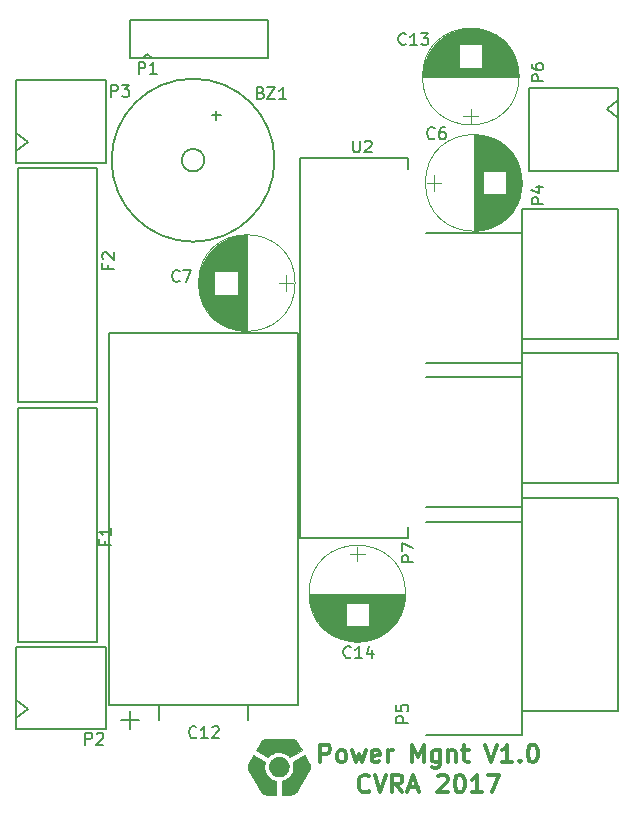
<source format=gto>
G04 #@! TF.FileFunction,Legend,Top*
%FSLAX46Y46*%
G04 Gerber Fmt 4.6, Leading zero omitted, Abs format (unit mm)*
G04 Created by KiCad (PCBNEW 4.0.5) date 03/05/17 20:07:58*
%MOMM*%
%LPD*%
G01*
G04 APERTURE LIST*
%ADD10C,0.100000*%
%ADD11C,0.300000*%
%ADD12C,0.120000*%
%ADD13C,0.150000*%
%ADD14C,0.127000*%
%ADD15C,0.010000*%
G04 APERTURE END LIST*
D10*
D11*
X180749229Y-144559971D02*
X180749229Y-143059971D01*
X181320657Y-143059971D01*
X181463515Y-143131400D01*
X181534943Y-143202829D01*
X181606372Y-143345686D01*
X181606372Y-143559971D01*
X181534943Y-143702829D01*
X181463515Y-143774257D01*
X181320657Y-143845686D01*
X180749229Y-143845686D01*
X182463515Y-144559971D02*
X182320657Y-144488543D01*
X182249229Y-144417114D01*
X182177800Y-144274257D01*
X182177800Y-143845686D01*
X182249229Y-143702829D01*
X182320657Y-143631400D01*
X182463515Y-143559971D01*
X182677800Y-143559971D01*
X182820657Y-143631400D01*
X182892086Y-143702829D01*
X182963515Y-143845686D01*
X182963515Y-144274257D01*
X182892086Y-144417114D01*
X182820657Y-144488543D01*
X182677800Y-144559971D01*
X182463515Y-144559971D01*
X183463515Y-143559971D02*
X183749229Y-144559971D01*
X184034943Y-143845686D01*
X184320658Y-144559971D01*
X184606372Y-143559971D01*
X185749229Y-144488543D02*
X185606372Y-144559971D01*
X185320658Y-144559971D01*
X185177801Y-144488543D01*
X185106372Y-144345686D01*
X185106372Y-143774257D01*
X185177801Y-143631400D01*
X185320658Y-143559971D01*
X185606372Y-143559971D01*
X185749229Y-143631400D01*
X185820658Y-143774257D01*
X185820658Y-143917114D01*
X185106372Y-144059971D01*
X186463515Y-144559971D02*
X186463515Y-143559971D01*
X186463515Y-143845686D02*
X186534943Y-143702829D01*
X186606372Y-143631400D01*
X186749229Y-143559971D01*
X186892086Y-143559971D01*
X188534943Y-144559971D02*
X188534943Y-143059971D01*
X189034943Y-144131400D01*
X189534943Y-143059971D01*
X189534943Y-144559971D01*
X190892086Y-143559971D02*
X190892086Y-144774257D01*
X190820657Y-144917114D01*
X190749229Y-144988543D01*
X190606372Y-145059971D01*
X190392086Y-145059971D01*
X190249229Y-144988543D01*
X190892086Y-144488543D02*
X190749229Y-144559971D01*
X190463515Y-144559971D01*
X190320657Y-144488543D01*
X190249229Y-144417114D01*
X190177800Y-144274257D01*
X190177800Y-143845686D01*
X190249229Y-143702829D01*
X190320657Y-143631400D01*
X190463515Y-143559971D01*
X190749229Y-143559971D01*
X190892086Y-143631400D01*
X191606372Y-143559971D02*
X191606372Y-144559971D01*
X191606372Y-143702829D02*
X191677800Y-143631400D01*
X191820658Y-143559971D01*
X192034943Y-143559971D01*
X192177800Y-143631400D01*
X192249229Y-143774257D01*
X192249229Y-144559971D01*
X192749229Y-143559971D02*
X193320658Y-143559971D01*
X192963515Y-143059971D02*
X192963515Y-144345686D01*
X193034943Y-144488543D01*
X193177801Y-144559971D01*
X193320658Y-144559971D01*
X194749229Y-143059971D02*
X195249229Y-144559971D01*
X195749229Y-143059971D01*
X197034943Y-144559971D02*
X196177800Y-144559971D01*
X196606372Y-144559971D02*
X196606372Y-143059971D01*
X196463515Y-143274257D01*
X196320657Y-143417114D01*
X196177800Y-143488543D01*
X197677800Y-144417114D02*
X197749228Y-144488543D01*
X197677800Y-144559971D01*
X197606371Y-144488543D01*
X197677800Y-144417114D01*
X197677800Y-144559971D01*
X198677800Y-143059971D02*
X198820657Y-143059971D01*
X198963514Y-143131400D01*
X199034943Y-143202829D01*
X199106372Y-143345686D01*
X199177800Y-143631400D01*
X199177800Y-143988543D01*
X199106372Y-144274257D01*
X199034943Y-144417114D01*
X198963514Y-144488543D01*
X198820657Y-144559971D01*
X198677800Y-144559971D01*
X198534943Y-144488543D01*
X198463514Y-144417114D01*
X198392086Y-144274257D01*
X198320657Y-143988543D01*
X198320657Y-143631400D01*
X198392086Y-143345686D01*
X198463514Y-143202829D01*
X198534943Y-143131400D01*
X198677800Y-143059971D01*
X184927802Y-146967114D02*
X184856373Y-147038543D01*
X184642087Y-147109971D01*
X184499230Y-147109971D01*
X184284945Y-147038543D01*
X184142087Y-146895686D01*
X184070659Y-146752829D01*
X183999230Y-146467114D01*
X183999230Y-146252829D01*
X184070659Y-145967114D01*
X184142087Y-145824257D01*
X184284945Y-145681400D01*
X184499230Y-145609971D01*
X184642087Y-145609971D01*
X184856373Y-145681400D01*
X184927802Y-145752829D01*
X185356373Y-145609971D02*
X185856373Y-147109971D01*
X186356373Y-145609971D01*
X187713516Y-147109971D02*
X187213516Y-146395686D01*
X186856373Y-147109971D02*
X186856373Y-145609971D01*
X187427801Y-145609971D01*
X187570659Y-145681400D01*
X187642087Y-145752829D01*
X187713516Y-145895686D01*
X187713516Y-146109971D01*
X187642087Y-146252829D01*
X187570659Y-146324257D01*
X187427801Y-146395686D01*
X186856373Y-146395686D01*
X188284944Y-146681400D02*
X188999230Y-146681400D01*
X188142087Y-147109971D02*
X188642087Y-145609971D01*
X189142087Y-147109971D01*
X190713515Y-145752829D02*
X190784944Y-145681400D01*
X190927801Y-145609971D01*
X191284944Y-145609971D01*
X191427801Y-145681400D01*
X191499230Y-145752829D01*
X191570658Y-145895686D01*
X191570658Y-146038543D01*
X191499230Y-146252829D01*
X190642087Y-147109971D01*
X191570658Y-147109971D01*
X192499229Y-145609971D02*
X192642086Y-145609971D01*
X192784943Y-145681400D01*
X192856372Y-145752829D01*
X192927801Y-145895686D01*
X192999229Y-146181400D01*
X192999229Y-146538543D01*
X192927801Y-146824257D01*
X192856372Y-146967114D01*
X192784943Y-147038543D01*
X192642086Y-147109971D01*
X192499229Y-147109971D01*
X192356372Y-147038543D01*
X192284943Y-146967114D01*
X192213515Y-146824257D01*
X192142086Y-146538543D01*
X192142086Y-146181400D01*
X192213515Y-145895686D01*
X192284943Y-145752829D01*
X192356372Y-145681400D01*
X192499229Y-145609971D01*
X194427800Y-147109971D02*
X193570657Y-147109971D01*
X193999229Y-147109971D02*
X193999229Y-145609971D01*
X193856372Y-145824257D01*
X193713514Y-145967114D01*
X193570657Y-146038543D01*
X194927800Y-145609971D02*
X195927800Y-145609971D01*
X195284943Y-147109971D01*
D12*
X197840000Y-95500000D02*
G75*
G03X197840000Y-95500000I-4090000J0D01*
G01*
X193750000Y-91450000D02*
X193750000Y-99550000D01*
X193790000Y-91450000D02*
X193790000Y-99550000D01*
X193830000Y-91450000D02*
X193830000Y-99550000D01*
X193870000Y-91451000D02*
X193870000Y-99549000D01*
X193910000Y-91453000D02*
X193910000Y-99547000D01*
X193950000Y-91454000D02*
X193950000Y-99546000D01*
X193990000Y-91457000D02*
X193990000Y-99543000D01*
X194030000Y-91459000D02*
X194030000Y-99541000D01*
X194070000Y-91462000D02*
X194070000Y-99538000D01*
X194110000Y-91465000D02*
X194110000Y-99535000D01*
X194150000Y-91469000D02*
X194150000Y-99531000D01*
X194190000Y-91473000D02*
X194190000Y-99527000D01*
X194230000Y-91478000D02*
X194230000Y-99522000D01*
X194270000Y-91483000D02*
X194270000Y-99517000D01*
X194310000Y-91488000D02*
X194310000Y-99512000D01*
X194350000Y-91494000D02*
X194350000Y-99506000D01*
X194390000Y-91500000D02*
X194390000Y-99500000D01*
X194430000Y-91506000D02*
X194430000Y-99494000D01*
X194471000Y-91513000D02*
X194471000Y-99487000D01*
X194511000Y-91521000D02*
X194511000Y-99479000D01*
X194551000Y-91529000D02*
X194551000Y-94520000D01*
X194551000Y-96480000D02*
X194551000Y-99471000D01*
X194591000Y-91537000D02*
X194591000Y-94520000D01*
X194591000Y-96480000D02*
X194591000Y-99463000D01*
X194631000Y-91545000D02*
X194631000Y-94520000D01*
X194631000Y-96480000D02*
X194631000Y-99455000D01*
X194671000Y-91554000D02*
X194671000Y-94520000D01*
X194671000Y-96480000D02*
X194671000Y-99446000D01*
X194711000Y-91564000D02*
X194711000Y-94520000D01*
X194711000Y-96480000D02*
X194711000Y-99436000D01*
X194751000Y-91574000D02*
X194751000Y-94520000D01*
X194751000Y-96480000D02*
X194751000Y-99426000D01*
X194791000Y-91584000D02*
X194791000Y-94520000D01*
X194791000Y-96480000D02*
X194791000Y-99416000D01*
X194831000Y-91595000D02*
X194831000Y-94520000D01*
X194831000Y-96480000D02*
X194831000Y-99405000D01*
X194871000Y-91606000D02*
X194871000Y-94520000D01*
X194871000Y-96480000D02*
X194871000Y-99394000D01*
X194911000Y-91617000D02*
X194911000Y-94520000D01*
X194911000Y-96480000D02*
X194911000Y-99383000D01*
X194951000Y-91630000D02*
X194951000Y-94520000D01*
X194951000Y-96480000D02*
X194951000Y-99370000D01*
X194991000Y-91642000D02*
X194991000Y-94520000D01*
X194991000Y-96480000D02*
X194991000Y-99358000D01*
X195031000Y-91655000D02*
X195031000Y-94520000D01*
X195031000Y-96480000D02*
X195031000Y-99345000D01*
X195071000Y-91668000D02*
X195071000Y-94520000D01*
X195071000Y-96480000D02*
X195071000Y-99332000D01*
X195111000Y-91682000D02*
X195111000Y-94520000D01*
X195111000Y-96480000D02*
X195111000Y-99318000D01*
X195151000Y-91697000D02*
X195151000Y-94520000D01*
X195151000Y-96480000D02*
X195151000Y-99303000D01*
X195191000Y-91711000D02*
X195191000Y-94520000D01*
X195191000Y-96480000D02*
X195191000Y-99289000D01*
X195231000Y-91727000D02*
X195231000Y-94520000D01*
X195231000Y-96480000D02*
X195231000Y-99273000D01*
X195271000Y-91742000D02*
X195271000Y-94520000D01*
X195271000Y-96480000D02*
X195271000Y-99258000D01*
X195311000Y-91759000D02*
X195311000Y-94520000D01*
X195311000Y-96480000D02*
X195311000Y-99241000D01*
X195351000Y-91775000D02*
X195351000Y-94520000D01*
X195351000Y-96480000D02*
X195351000Y-99225000D01*
X195391000Y-91793000D02*
X195391000Y-94520000D01*
X195391000Y-96480000D02*
X195391000Y-99207000D01*
X195431000Y-91810000D02*
X195431000Y-94520000D01*
X195431000Y-96480000D02*
X195431000Y-99190000D01*
X195471000Y-91829000D02*
X195471000Y-94520000D01*
X195471000Y-96480000D02*
X195471000Y-99171000D01*
X195511000Y-91848000D02*
X195511000Y-94520000D01*
X195511000Y-96480000D02*
X195511000Y-99152000D01*
X195551000Y-91867000D02*
X195551000Y-94520000D01*
X195551000Y-96480000D02*
X195551000Y-99133000D01*
X195591000Y-91887000D02*
X195591000Y-94520000D01*
X195591000Y-96480000D02*
X195591000Y-99113000D01*
X195631000Y-91907000D02*
X195631000Y-94520000D01*
X195631000Y-96480000D02*
X195631000Y-99093000D01*
X195671000Y-91928000D02*
X195671000Y-94520000D01*
X195671000Y-96480000D02*
X195671000Y-99072000D01*
X195711000Y-91950000D02*
X195711000Y-94520000D01*
X195711000Y-96480000D02*
X195711000Y-99050000D01*
X195751000Y-91972000D02*
X195751000Y-94520000D01*
X195751000Y-96480000D02*
X195751000Y-99028000D01*
X195791000Y-91995000D02*
X195791000Y-94520000D01*
X195791000Y-96480000D02*
X195791000Y-99005000D01*
X195831000Y-92018000D02*
X195831000Y-94520000D01*
X195831000Y-96480000D02*
X195831000Y-98982000D01*
X195871000Y-92042000D02*
X195871000Y-94520000D01*
X195871000Y-96480000D02*
X195871000Y-98958000D01*
X195911000Y-92066000D02*
X195911000Y-94520000D01*
X195911000Y-96480000D02*
X195911000Y-98934000D01*
X195951000Y-92092000D02*
X195951000Y-94520000D01*
X195951000Y-96480000D02*
X195951000Y-98908000D01*
X195991000Y-92117000D02*
X195991000Y-94520000D01*
X195991000Y-96480000D02*
X195991000Y-98883000D01*
X196031000Y-92144000D02*
X196031000Y-94520000D01*
X196031000Y-96480000D02*
X196031000Y-98856000D01*
X196071000Y-92171000D02*
X196071000Y-94520000D01*
X196071000Y-96480000D02*
X196071000Y-98829000D01*
X196111000Y-92199000D02*
X196111000Y-94520000D01*
X196111000Y-96480000D02*
X196111000Y-98801000D01*
X196151000Y-92228000D02*
X196151000Y-94520000D01*
X196151000Y-96480000D02*
X196151000Y-98772000D01*
X196191000Y-92257000D02*
X196191000Y-94520000D01*
X196191000Y-96480000D02*
X196191000Y-98743000D01*
X196231000Y-92287000D02*
X196231000Y-94520000D01*
X196231000Y-96480000D02*
X196231000Y-98713000D01*
X196271000Y-92318000D02*
X196271000Y-94520000D01*
X196271000Y-96480000D02*
X196271000Y-98682000D01*
X196311000Y-92350000D02*
X196311000Y-94520000D01*
X196311000Y-96480000D02*
X196311000Y-98650000D01*
X196351000Y-92382000D02*
X196351000Y-94520000D01*
X196351000Y-96480000D02*
X196351000Y-98618000D01*
X196391000Y-92416000D02*
X196391000Y-94520000D01*
X196391000Y-96480000D02*
X196391000Y-98584000D01*
X196431000Y-92450000D02*
X196431000Y-94520000D01*
X196431000Y-96480000D02*
X196431000Y-98550000D01*
X196471000Y-92485000D02*
X196471000Y-94520000D01*
X196471000Y-96480000D02*
X196471000Y-98515000D01*
X196511000Y-92521000D02*
X196511000Y-98479000D01*
X196551000Y-92558000D02*
X196551000Y-98442000D01*
X196591000Y-92596000D02*
X196591000Y-98404000D01*
X196631000Y-92635000D02*
X196631000Y-98365000D01*
X196671000Y-92676000D02*
X196671000Y-98324000D01*
X196711000Y-92717000D02*
X196711000Y-98283000D01*
X196751000Y-92760000D02*
X196751000Y-98240000D01*
X196791000Y-92803000D02*
X196791000Y-98197000D01*
X196831000Y-92848000D02*
X196831000Y-98152000D01*
X196871000Y-92895000D02*
X196871000Y-98105000D01*
X196911000Y-92943000D02*
X196911000Y-98057000D01*
X196951000Y-92992000D02*
X196951000Y-98008000D01*
X196991000Y-93043000D02*
X196991000Y-97957000D01*
X197031000Y-93096000D02*
X197031000Y-97904000D01*
X197071000Y-93151000D02*
X197071000Y-97849000D01*
X197111000Y-93207000D02*
X197111000Y-97793000D01*
X197151000Y-93266000D02*
X197151000Y-97734000D01*
X197191000Y-93327000D02*
X197191000Y-97673000D01*
X197231000Y-93391000D02*
X197231000Y-97609000D01*
X197271000Y-93457000D02*
X197271000Y-97543000D01*
X197311000Y-93526000D02*
X197311000Y-97474000D01*
X197351000Y-93598000D02*
X197351000Y-97402000D01*
X197391000Y-93674000D02*
X197391000Y-97326000D01*
X197431000Y-93755000D02*
X197431000Y-97245000D01*
X197471000Y-93840000D02*
X197471000Y-97160000D01*
X197511000Y-93930000D02*
X197511000Y-97070000D01*
X197551000Y-94027000D02*
X197551000Y-96973000D01*
X197591000Y-94131000D02*
X197591000Y-96869000D01*
X197631000Y-94246000D02*
X197631000Y-96754000D01*
X197671000Y-94373000D02*
X197671000Y-96627000D01*
X197711000Y-94517000D02*
X197711000Y-96483000D01*
X197751000Y-94686000D02*
X197751000Y-96314000D01*
X197791000Y-94902000D02*
X197791000Y-96098000D01*
X197831000Y-95254000D02*
X197831000Y-95746000D01*
X189800000Y-95500000D02*
X191000000Y-95500000D01*
X190400000Y-94850000D02*
X190400000Y-96150000D01*
X178628000Y-103983000D02*
G75*
G03X178628000Y-103983000I-4090000J0D01*
G01*
X174538000Y-108033000D02*
X174538000Y-99933000D01*
X174498000Y-108033000D02*
X174498000Y-99933000D01*
X174458000Y-108033000D02*
X174458000Y-99933000D01*
X174418000Y-108032000D02*
X174418000Y-99934000D01*
X174378000Y-108030000D02*
X174378000Y-99936000D01*
X174338000Y-108029000D02*
X174338000Y-99937000D01*
X174298000Y-108026000D02*
X174298000Y-99940000D01*
X174258000Y-108024000D02*
X174258000Y-99942000D01*
X174218000Y-108021000D02*
X174218000Y-99945000D01*
X174178000Y-108018000D02*
X174178000Y-99948000D01*
X174138000Y-108014000D02*
X174138000Y-99952000D01*
X174098000Y-108010000D02*
X174098000Y-99956000D01*
X174058000Y-108005000D02*
X174058000Y-99961000D01*
X174018000Y-108000000D02*
X174018000Y-99966000D01*
X173978000Y-107995000D02*
X173978000Y-99971000D01*
X173938000Y-107989000D02*
X173938000Y-99977000D01*
X173898000Y-107983000D02*
X173898000Y-99983000D01*
X173858000Y-107977000D02*
X173858000Y-99989000D01*
X173817000Y-107970000D02*
X173817000Y-99996000D01*
X173777000Y-107962000D02*
X173777000Y-100004000D01*
X173737000Y-107954000D02*
X173737000Y-104963000D01*
X173737000Y-103003000D02*
X173737000Y-100012000D01*
X173697000Y-107946000D02*
X173697000Y-104963000D01*
X173697000Y-103003000D02*
X173697000Y-100020000D01*
X173657000Y-107938000D02*
X173657000Y-104963000D01*
X173657000Y-103003000D02*
X173657000Y-100028000D01*
X173617000Y-107929000D02*
X173617000Y-104963000D01*
X173617000Y-103003000D02*
X173617000Y-100037000D01*
X173577000Y-107919000D02*
X173577000Y-104963000D01*
X173577000Y-103003000D02*
X173577000Y-100047000D01*
X173537000Y-107909000D02*
X173537000Y-104963000D01*
X173537000Y-103003000D02*
X173537000Y-100057000D01*
X173497000Y-107899000D02*
X173497000Y-104963000D01*
X173497000Y-103003000D02*
X173497000Y-100067000D01*
X173457000Y-107888000D02*
X173457000Y-104963000D01*
X173457000Y-103003000D02*
X173457000Y-100078000D01*
X173417000Y-107877000D02*
X173417000Y-104963000D01*
X173417000Y-103003000D02*
X173417000Y-100089000D01*
X173377000Y-107866000D02*
X173377000Y-104963000D01*
X173377000Y-103003000D02*
X173377000Y-100100000D01*
X173337000Y-107853000D02*
X173337000Y-104963000D01*
X173337000Y-103003000D02*
X173337000Y-100113000D01*
X173297000Y-107841000D02*
X173297000Y-104963000D01*
X173297000Y-103003000D02*
X173297000Y-100125000D01*
X173257000Y-107828000D02*
X173257000Y-104963000D01*
X173257000Y-103003000D02*
X173257000Y-100138000D01*
X173217000Y-107815000D02*
X173217000Y-104963000D01*
X173217000Y-103003000D02*
X173217000Y-100151000D01*
X173177000Y-107801000D02*
X173177000Y-104963000D01*
X173177000Y-103003000D02*
X173177000Y-100165000D01*
X173137000Y-107786000D02*
X173137000Y-104963000D01*
X173137000Y-103003000D02*
X173137000Y-100180000D01*
X173097000Y-107772000D02*
X173097000Y-104963000D01*
X173097000Y-103003000D02*
X173097000Y-100194000D01*
X173057000Y-107756000D02*
X173057000Y-104963000D01*
X173057000Y-103003000D02*
X173057000Y-100210000D01*
X173017000Y-107741000D02*
X173017000Y-104963000D01*
X173017000Y-103003000D02*
X173017000Y-100225000D01*
X172977000Y-107724000D02*
X172977000Y-104963000D01*
X172977000Y-103003000D02*
X172977000Y-100242000D01*
X172937000Y-107708000D02*
X172937000Y-104963000D01*
X172937000Y-103003000D02*
X172937000Y-100258000D01*
X172897000Y-107690000D02*
X172897000Y-104963000D01*
X172897000Y-103003000D02*
X172897000Y-100276000D01*
X172857000Y-107673000D02*
X172857000Y-104963000D01*
X172857000Y-103003000D02*
X172857000Y-100293000D01*
X172817000Y-107654000D02*
X172817000Y-104963000D01*
X172817000Y-103003000D02*
X172817000Y-100312000D01*
X172777000Y-107635000D02*
X172777000Y-104963000D01*
X172777000Y-103003000D02*
X172777000Y-100331000D01*
X172737000Y-107616000D02*
X172737000Y-104963000D01*
X172737000Y-103003000D02*
X172737000Y-100350000D01*
X172697000Y-107596000D02*
X172697000Y-104963000D01*
X172697000Y-103003000D02*
X172697000Y-100370000D01*
X172657000Y-107576000D02*
X172657000Y-104963000D01*
X172657000Y-103003000D02*
X172657000Y-100390000D01*
X172617000Y-107555000D02*
X172617000Y-104963000D01*
X172617000Y-103003000D02*
X172617000Y-100411000D01*
X172577000Y-107533000D02*
X172577000Y-104963000D01*
X172577000Y-103003000D02*
X172577000Y-100433000D01*
X172537000Y-107511000D02*
X172537000Y-104963000D01*
X172537000Y-103003000D02*
X172537000Y-100455000D01*
X172497000Y-107488000D02*
X172497000Y-104963000D01*
X172497000Y-103003000D02*
X172497000Y-100478000D01*
X172457000Y-107465000D02*
X172457000Y-104963000D01*
X172457000Y-103003000D02*
X172457000Y-100501000D01*
X172417000Y-107441000D02*
X172417000Y-104963000D01*
X172417000Y-103003000D02*
X172417000Y-100525000D01*
X172377000Y-107417000D02*
X172377000Y-104963000D01*
X172377000Y-103003000D02*
X172377000Y-100549000D01*
X172337000Y-107391000D02*
X172337000Y-104963000D01*
X172337000Y-103003000D02*
X172337000Y-100575000D01*
X172297000Y-107366000D02*
X172297000Y-104963000D01*
X172297000Y-103003000D02*
X172297000Y-100600000D01*
X172257000Y-107339000D02*
X172257000Y-104963000D01*
X172257000Y-103003000D02*
X172257000Y-100627000D01*
X172217000Y-107312000D02*
X172217000Y-104963000D01*
X172217000Y-103003000D02*
X172217000Y-100654000D01*
X172177000Y-107284000D02*
X172177000Y-104963000D01*
X172177000Y-103003000D02*
X172177000Y-100682000D01*
X172137000Y-107255000D02*
X172137000Y-104963000D01*
X172137000Y-103003000D02*
X172137000Y-100711000D01*
X172097000Y-107226000D02*
X172097000Y-104963000D01*
X172097000Y-103003000D02*
X172097000Y-100740000D01*
X172057000Y-107196000D02*
X172057000Y-104963000D01*
X172057000Y-103003000D02*
X172057000Y-100770000D01*
X172017000Y-107165000D02*
X172017000Y-104963000D01*
X172017000Y-103003000D02*
X172017000Y-100801000D01*
X171977000Y-107133000D02*
X171977000Y-104963000D01*
X171977000Y-103003000D02*
X171977000Y-100833000D01*
X171937000Y-107101000D02*
X171937000Y-104963000D01*
X171937000Y-103003000D02*
X171937000Y-100865000D01*
X171897000Y-107067000D02*
X171897000Y-104963000D01*
X171897000Y-103003000D02*
X171897000Y-100899000D01*
X171857000Y-107033000D02*
X171857000Y-104963000D01*
X171857000Y-103003000D02*
X171857000Y-100933000D01*
X171817000Y-106998000D02*
X171817000Y-104963000D01*
X171817000Y-103003000D02*
X171817000Y-100968000D01*
X171777000Y-106962000D02*
X171777000Y-101004000D01*
X171737000Y-106925000D02*
X171737000Y-101041000D01*
X171697000Y-106887000D02*
X171697000Y-101079000D01*
X171657000Y-106848000D02*
X171657000Y-101118000D01*
X171617000Y-106807000D02*
X171617000Y-101159000D01*
X171577000Y-106766000D02*
X171577000Y-101200000D01*
X171537000Y-106723000D02*
X171537000Y-101243000D01*
X171497000Y-106680000D02*
X171497000Y-101286000D01*
X171457000Y-106635000D02*
X171457000Y-101331000D01*
X171417000Y-106588000D02*
X171417000Y-101378000D01*
X171377000Y-106540000D02*
X171377000Y-101426000D01*
X171337000Y-106491000D02*
X171337000Y-101475000D01*
X171297000Y-106440000D02*
X171297000Y-101526000D01*
X171257000Y-106387000D02*
X171257000Y-101579000D01*
X171217000Y-106332000D02*
X171217000Y-101634000D01*
X171177000Y-106276000D02*
X171177000Y-101690000D01*
X171137000Y-106217000D02*
X171137000Y-101749000D01*
X171097000Y-106156000D02*
X171097000Y-101810000D01*
X171057000Y-106092000D02*
X171057000Y-101874000D01*
X171017000Y-106026000D02*
X171017000Y-101940000D01*
X170977000Y-105957000D02*
X170977000Y-102009000D01*
X170937000Y-105885000D02*
X170937000Y-102081000D01*
X170897000Y-105809000D02*
X170897000Y-102157000D01*
X170857000Y-105728000D02*
X170857000Y-102238000D01*
X170817000Y-105643000D02*
X170817000Y-102323000D01*
X170777000Y-105553000D02*
X170777000Y-102413000D01*
X170737000Y-105456000D02*
X170737000Y-102510000D01*
X170697000Y-105352000D02*
X170697000Y-102614000D01*
X170657000Y-105237000D02*
X170657000Y-102729000D01*
X170617000Y-105110000D02*
X170617000Y-102856000D01*
X170577000Y-104966000D02*
X170577000Y-103000000D01*
X170537000Y-104797000D02*
X170537000Y-103169000D01*
X170497000Y-104581000D02*
X170497000Y-103385000D01*
X170457000Y-104229000D02*
X170457000Y-103737000D01*
X178488000Y-103983000D02*
X177288000Y-103983000D01*
X177888000Y-104633000D02*
X177888000Y-103333000D01*
D13*
X163882000Y-140990000D02*
X165382000Y-140990000D01*
X164632000Y-141740000D02*
X164632000Y-140240000D01*
X167132000Y-139740000D02*
X167132000Y-140990000D01*
X174632000Y-139740000D02*
X174632000Y-140990000D01*
X162882000Y-139740000D02*
X178882000Y-139740000D01*
X178882000Y-139740000D02*
X178882000Y-108240000D01*
X178882000Y-108240000D02*
X162882000Y-108240000D01*
X162882000Y-108240000D02*
X162882000Y-139740000D01*
D12*
X197590000Y-86500000D02*
G75*
G03X197590000Y-86500000I-4090000J0D01*
G01*
X189450000Y-86500000D02*
X197550000Y-86500000D01*
X189450000Y-86460000D02*
X197550000Y-86460000D01*
X189450000Y-86420000D02*
X197550000Y-86420000D01*
X189451000Y-86380000D02*
X197549000Y-86380000D01*
X189453000Y-86340000D02*
X197547000Y-86340000D01*
X189454000Y-86300000D02*
X197546000Y-86300000D01*
X189457000Y-86260000D02*
X197543000Y-86260000D01*
X189459000Y-86220000D02*
X197541000Y-86220000D01*
X189462000Y-86180000D02*
X197538000Y-86180000D01*
X189465000Y-86140000D02*
X197535000Y-86140000D01*
X189469000Y-86100000D02*
X197531000Y-86100000D01*
X189473000Y-86060000D02*
X197527000Y-86060000D01*
X189478000Y-86020000D02*
X197522000Y-86020000D01*
X189483000Y-85980000D02*
X197517000Y-85980000D01*
X189488000Y-85940000D02*
X197512000Y-85940000D01*
X189494000Y-85900000D02*
X197506000Y-85900000D01*
X189500000Y-85860000D02*
X197500000Y-85860000D01*
X189506000Y-85820000D02*
X197494000Y-85820000D01*
X189513000Y-85779000D02*
X197487000Y-85779000D01*
X189521000Y-85739000D02*
X197479000Y-85739000D01*
X189529000Y-85699000D02*
X192520000Y-85699000D01*
X194480000Y-85699000D02*
X197471000Y-85699000D01*
X189537000Y-85659000D02*
X192520000Y-85659000D01*
X194480000Y-85659000D02*
X197463000Y-85659000D01*
X189545000Y-85619000D02*
X192520000Y-85619000D01*
X194480000Y-85619000D02*
X197455000Y-85619000D01*
X189554000Y-85579000D02*
X192520000Y-85579000D01*
X194480000Y-85579000D02*
X197446000Y-85579000D01*
X189564000Y-85539000D02*
X192520000Y-85539000D01*
X194480000Y-85539000D02*
X197436000Y-85539000D01*
X189574000Y-85499000D02*
X192520000Y-85499000D01*
X194480000Y-85499000D02*
X197426000Y-85499000D01*
X189584000Y-85459000D02*
X192520000Y-85459000D01*
X194480000Y-85459000D02*
X197416000Y-85459000D01*
X189595000Y-85419000D02*
X192520000Y-85419000D01*
X194480000Y-85419000D02*
X197405000Y-85419000D01*
X189606000Y-85379000D02*
X192520000Y-85379000D01*
X194480000Y-85379000D02*
X197394000Y-85379000D01*
X189617000Y-85339000D02*
X192520000Y-85339000D01*
X194480000Y-85339000D02*
X197383000Y-85339000D01*
X189630000Y-85299000D02*
X192520000Y-85299000D01*
X194480000Y-85299000D02*
X197370000Y-85299000D01*
X189642000Y-85259000D02*
X192520000Y-85259000D01*
X194480000Y-85259000D02*
X197358000Y-85259000D01*
X189655000Y-85219000D02*
X192520000Y-85219000D01*
X194480000Y-85219000D02*
X197345000Y-85219000D01*
X189668000Y-85179000D02*
X192520000Y-85179000D01*
X194480000Y-85179000D02*
X197332000Y-85179000D01*
X189682000Y-85139000D02*
X192520000Y-85139000D01*
X194480000Y-85139000D02*
X197318000Y-85139000D01*
X189697000Y-85099000D02*
X192520000Y-85099000D01*
X194480000Y-85099000D02*
X197303000Y-85099000D01*
X189711000Y-85059000D02*
X192520000Y-85059000D01*
X194480000Y-85059000D02*
X197289000Y-85059000D01*
X189727000Y-85019000D02*
X192520000Y-85019000D01*
X194480000Y-85019000D02*
X197273000Y-85019000D01*
X189742000Y-84979000D02*
X192520000Y-84979000D01*
X194480000Y-84979000D02*
X197258000Y-84979000D01*
X189759000Y-84939000D02*
X192520000Y-84939000D01*
X194480000Y-84939000D02*
X197241000Y-84939000D01*
X189775000Y-84899000D02*
X192520000Y-84899000D01*
X194480000Y-84899000D02*
X197225000Y-84899000D01*
X189793000Y-84859000D02*
X192520000Y-84859000D01*
X194480000Y-84859000D02*
X197207000Y-84859000D01*
X189810000Y-84819000D02*
X192520000Y-84819000D01*
X194480000Y-84819000D02*
X197190000Y-84819000D01*
X189829000Y-84779000D02*
X192520000Y-84779000D01*
X194480000Y-84779000D02*
X197171000Y-84779000D01*
X189848000Y-84739000D02*
X192520000Y-84739000D01*
X194480000Y-84739000D02*
X197152000Y-84739000D01*
X189867000Y-84699000D02*
X192520000Y-84699000D01*
X194480000Y-84699000D02*
X197133000Y-84699000D01*
X189887000Y-84659000D02*
X192520000Y-84659000D01*
X194480000Y-84659000D02*
X197113000Y-84659000D01*
X189907000Y-84619000D02*
X192520000Y-84619000D01*
X194480000Y-84619000D02*
X197093000Y-84619000D01*
X189928000Y-84579000D02*
X192520000Y-84579000D01*
X194480000Y-84579000D02*
X197072000Y-84579000D01*
X189950000Y-84539000D02*
X192520000Y-84539000D01*
X194480000Y-84539000D02*
X197050000Y-84539000D01*
X189972000Y-84499000D02*
X192520000Y-84499000D01*
X194480000Y-84499000D02*
X197028000Y-84499000D01*
X189995000Y-84459000D02*
X192520000Y-84459000D01*
X194480000Y-84459000D02*
X197005000Y-84459000D01*
X190018000Y-84419000D02*
X192520000Y-84419000D01*
X194480000Y-84419000D02*
X196982000Y-84419000D01*
X190042000Y-84379000D02*
X192520000Y-84379000D01*
X194480000Y-84379000D02*
X196958000Y-84379000D01*
X190066000Y-84339000D02*
X192520000Y-84339000D01*
X194480000Y-84339000D02*
X196934000Y-84339000D01*
X190092000Y-84299000D02*
X192520000Y-84299000D01*
X194480000Y-84299000D02*
X196908000Y-84299000D01*
X190117000Y-84259000D02*
X192520000Y-84259000D01*
X194480000Y-84259000D02*
X196883000Y-84259000D01*
X190144000Y-84219000D02*
X192520000Y-84219000D01*
X194480000Y-84219000D02*
X196856000Y-84219000D01*
X190171000Y-84179000D02*
X192520000Y-84179000D01*
X194480000Y-84179000D02*
X196829000Y-84179000D01*
X190199000Y-84139000D02*
X192520000Y-84139000D01*
X194480000Y-84139000D02*
X196801000Y-84139000D01*
X190228000Y-84099000D02*
X192520000Y-84099000D01*
X194480000Y-84099000D02*
X196772000Y-84099000D01*
X190257000Y-84059000D02*
X192520000Y-84059000D01*
X194480000Y-84059000D02*
X196743000Y-84059000D01*
X190287000Y-84019000D02*
X192520000Y-84019000D01*
X194480000Y-84019000D02*
X196713000Y-84019000D01*
X190318000Y-83979000D02*
X192520000Y-83979000D01*
X194480000Y-83979000D02*
X196682000Y-83979000D01*
X190350000Y-83939000D02*
X192520000Y-83939000D01*
X194480000Y-83939000D02*
X196650000Y-83939000D01*
X190382000Y-83899000D02*
X192520000Y-83899000D01*
X194480000Y-83899000D02*
X196618000Y-83899000D01*
X190416000Y-83859000D02*
X192520000Y-83859000D01*
X194480000Y-83859000D02*
X196584000Y-83859000D01*
X190450000Y-83819000D02*
X192520000Y-83819000D01*
X194480000Y-83819000D02*
X196550000Y-83819000D01*
X190485000Y-83779000D02*
X192520000Y-83779000D01*
X194480000Y-83779000D02*
X196515000Y-83779000D01*
X190521000Y-83739000D02*
X196479000Y-83739000D01*
X190558000Y-83699000D02*
X196442000Y-83699000D01*
X190596000Y-83659000D02*
X196404000Y-83659000D01*
X190635000Y-83619000D02*
X196365000Y-83619000D01*
X190676000Y-83579000D02*
X196324000Y-83579000D01*
X190717000Y-83539000D02*
X196283000Y-83539000D01*
X190760000Y-83499000D02*
X196240000Y-83499000D01*
X190803000Y-83459000D02*
X196197000Y-83459000D01*
X190848000Y-83419000D02*
X196152000Y-83419000D01*
X190895000Y-83379000D02*
X196105000Y-83379000D01*
X190943000Y-83339000D02*
X196057000Y-83339000D01*
X190992000Y-83299000D02*
X196008000Y-83299000D01*
X191043000Y-83259000D02*
X195957000Y-83259000D01*
X191096000Y-83219000D02*
X195904000Y-83219000D01*
X191151000Y-83179000D02*
X195849000Y-83179000D01*
X191207000Y-83139000D02*
X195793000Y-83139000D01*
X191266000Y-83099000D02*
X195734000Y-83099000D01*
X191327000Y-83059000D02*
X195673000Y-83059000D01*
X191391000Y-83019000D02*
X195609000Y-83019000D01*
X191457000Y-82979000D02*
X195543000Y-82979000D01*
X191526000Y-82939000D02*
X195474000Y-82939000D01*
X191598000Y-82899000D02*
X195402000Y-82899000D01*
X191674000Y-82859000D02*
X195326000Y-82859000D01*
X191755000Y-82819000D02*
X195245000Y-82819000D01*
X191840000Y-82779000D02*
X195160000Y-82779000D01*
X191930000Y-82739000D02*
X195070000Y-82739000D01*
X192027000Y-82699000D02*
X194973000Y-82699000D01*
X192131000Y-82659000D02*
X194869000Y-82659000D01*
X192246000Y-82619000D02*
X194754000Y-82619000D01*
X192373000Y-82579000D02*
X194627000Y-82579000D01*
X192517000Y-82539000D02*
X194483000Y-82539000D01*
X192686000Y-82499000D02*
X194314000Y-82499000D01*
X192902000Y-82459000D02*
X194098000Y-82459000D01*
X193254000Y-82419000D02*
X193746000Y-82419000D01*
X193500000Y-90450000D02*
X193500000Y-89250000D01*
X192850000Y-89850000D02*
X194150000Y-89850000D01*
X187986000Y-130274000D02*
G75*
G03X187986000Y-130274000I-4090000J0D01*
G01*
X187946000Y-130274000D02*
X179846000Y-130274000D01*
X187946000Y-130314000D02*
X179846000Y-130314000D01*
X187946000Y-130354000D02*
X179846000Y-130354000D01*
X187945000Y-130394000D02*
X179847000Y-130394000D01*
X187943000Y-130434000D02*
X179849000Y-130434000D01*
X187942000Y-130474000D02*
X179850000Y-130474000D01*
X187939000Y-130514000D02*
X179853000Y-130514000D01*
X187937000Y-130554000D02*
X179855000Y-130554000D01*
X187934000Y-130594000D02*
X179858000Y-130594000D01*
X187931000Y-130634000D02*
X179861000Y-130634000D01*
X187927000Y-130674000D02*
X179865000Y-130674000D01*
X187923000Y-130714000D02*
X179869000Y-130714000D01*
X187918000Y-130754000D02*
X179874000Y-130754000D01*
X187913000Y-130794000D02*
X179879000Y-130794000D01*
X187908000Y-130834000D02*
X179884000Y-130834000D01*
X187902000Y-130874000D02*
X179890000Y-130874000D01*
X187896000Y-130914000D02*
X179896000Y-130914000D01*
X187890000Y-130954000D02*
X179902000Y-130954000D01*
X187883000Y-130995000D02*
X179909000Y-130995000D01*
X187875000Y-131035000D02*
X179917000Y-131035000D01*
X187867000Y-131075000D02*
X184876000Y-131075000D01*
X182916000Y-131075000D02*
X179925000Y-131075000D01*
X187859000Y-131115000D02*
X184876000Y-131115000D01*
X182916000Y-131115000D02*
X179933000Y-131115000D01*
X187851000Y-131155000D02*
X184876000Y-131155000D01*
X182916000Y-131155000D02*
X179941000Y-131155000D01*
X187842000Y-131195000D02*
X184876000Y-131195000D01*
X182916000Y-131195000D02*
X179950000Y-131195000D01*
X187832000Y-131235000D02*
X184876000Y-131235000D01*
X182916000Y-131235000D02*
X179960000Y-131235000D01*
X187822000Y-131275000D02*
X184876000Y-131275000D01*
X182916000Y-131275000D02*
X179970000Y-131275000D01*
X187812000Y-131315000D02*
X184876000Y-131315000D01*
X182916000Y-131315000D02*
X179980000Y-131315000D01*
X187801000Y-131355000D02*
X184876000Y-131355000D01*
X182916000Y-131355000D02*
X179991000Y-131355000D01*
X187790000Y-131395000D02*
X184876000Y-131395000D01*
X182916000Y-131395000D02*
X180002000Y-131395000D01*
X187779000Y-131435000D02*
X184876000Y-131435000D01*
X182916000Y-131435000D02*
X180013000Y-131435000D01*
X187766000Y-131475000D02*
X184876000Y-131475000D01*
X182916000Y-131475000D02*
X180026000Y-131475000D01*
X187754000Y-131515000D02*
X184876000Y-131515000D01*
X182916000Y-131515000D02*
X180038000Y-131515000D01*
X187741000Y-131555000D02*
X184876000Y-131555000D01*
X182916000Y-131555000D02*
X180051000Y-131555000D01*
X187728000Y-131595000D02*
X184876000Y-131595000D01*
X182916000Y-131595000D02*
X180064000Y-131595000D01*
X187714000Y-131635000D02*
X184876000Y-131635000D01*
X182916000Y-131635000D02*
X180078000Y-131635000D01*
X187699000Y-131675000D02*
X184876000Y-131675000D01*
X182916000Y-131675000D02*
X180093000Y-131675000D01*
X187685000Y-131715000D02*
X184876000Y-131715000D01*
X182916000Y-131715000D02*
X180107000Y-131715000D01*
X187669000Y-131755000D02*
X184876000Y-131755000D01*
X182916000Y-131755000D02*
X180123000Y-131755000D01*
X187654000Y-131795000D02*
X184876000Y-131795000D01*
X182916000Y-131795000D02*
X180138000Y-131795000D01*
X187637000Y-131835000D02*
X184876000Y-131835000D01*
X182916000Y-131835000D02*
X180155000Y-131835000D01*
X187621000Y-131875000D02*
X184876000Y-131875000D01*
X182916000Y-131875000D02*
X180171000Y-131875000D01*
X187603000Y-131915000D02*
X184876000Y-131915000D01*
X182916000Y-131915000D02*
X180189000Y-131915000D01*
X187586000Y-131955000D02*
X184876000Y-131955000D01*
X182916000Y-131955000D02*
X180206000Y-131955000D01*
X187567000Y-131995000D02*
X184876000Y-131995000D01*
X182916000Y-131995000D02*
X180225000Y-131995000D01*
X187548000Y-132035000D02*
X184876000Y-132035000D01*
X182916000Y-132035000D02*
X180244000Y-132035000D01*
X187529000Y-132075000D02*
X184876000Y-132075000D01*
X182916000Y-132075000D02*
X180263000Y-132075000D01*
X187509000Y-132115000D02*
X184876000Y-132115000D01*
X182916000Y-132115000D02*
X180283000Y-132115000D01*
X187489000Y-132155000D02*
X184876000Y-132155000D01*
X182916000Y-132155000D02*
X180303000Y-132155000D01*
X187468000Y-132195000D02*
X184876000Y-132195000D01*
X182916000Y-132195000D02*
X180324000Y-132195000D01*
X187446000Y-132235000D02*
X184876000Y-132235000D01*
X182916000Y-132235000D02*
X180346000Y-132235000D01*
X187424000Y-132275000D02*
X184876000Y-132275000D01*
X182916000Y-132275000D02*
X180368000Y-132275000D01*
X187401000Y-132315000D02*
X184876000Y-132315000D01*
X182916000Y-132315000D02*
X180391000Y-132315000D01*
X187378000Y-132355000D02*
X184876000Y-132355000D01*
X182916000Y-132355000D02*
X180414000Y-132355000D01*
X187354000Y-132395000D02*
X184876000Y-132395000D01*
X182916000Y-132395000D02*
X180438000Y-132395000D01*
X187330000Y-132435000D02*
X184876000Y-132435000D01*
X182916000Y-132435000D02*
X180462000Y-132435000D01*
X187304000Y-132475000D02*
X184876000Y-132475000D01*
X182916000Y-132475000D02*
X180488000Y-132475000D01*
X187279000Y-132515000D02*
X184876000Y-132515000D01*
X182916000Y-132515000D02*
X180513000Y-132515000D01*
X187252000Y-132555000D02*
X184876000Y-132555000D01*
X182916000Y-132555000D02*
X180540000Y-132555000D01*
X187225000Y-132595000D02*
X184876000Y-132595000D01*
X182916000Y-132595000D02*
X180567000Y-132595000D01*
X187197000Y-132635000D02*
X184876000Y-132635000D01*
X182916000Y-132635000D02*
X180595000Y-132635000D01*
X187168000Y-132675000D02*
X184876000Y-132675000D01*
X182916000Y-132675000D02*
X180624000Y-132675000D01*
X187139000Y-132715000D02*
X184876000Y-132715000D01*
X182916000Y-132715000D02*
X180653000Y-132715000D01*
X187109000Y-132755000D02*
X184876000Y-132755000D01*
X182916000Y-132755000D02*
X180683000Y-132755000D01*
X187078000Y-132795000D02*
X184876000Y-132795000D01*
X182916000Y-132795000D02*
X180714000Y-132795000D01*
X187046000Y-132835000D02*
X184876000Y-132835000D01*
X182916000Y-132835000D02*
X180746000Y-132835000D01*
X187014000Y-132875000D02*
X184876000Y-132875000D01*
X182916000Y-132875000D02*
X180778000Y-132875000D01*
X186980000Y-132915000D02*
X184876000Y-132915000D01*
X182916000Y-132915000D02*
X180812000Y-132915000D01*
X186946000Y-132955000D02*
X184876000Y-132955000D01*
X182916000Y-132955000D02*
X180846000Y-132955000D01*
X186911000Y-132995000D02*
X184876000Y-132995000D01*
X182916000Y-132995000D02*
X180881000Y-132995000D01*
X186875000Y-133035000D02*
X180917000Y-133035000D01*
X186838000Y-133075000D02*
X180954000Y-133075000D01*
X186800000Y-133115000D02*
X180992000Y-133115000D01*
X186761000Y-133155000D02*
X181031000Y-133155000D01*
X186720000Y-133195000D02*
X181072000Y-133195000D01*
X186679000Y-133235000D02*
X181113000Y-133235000D01*
X186636000Y-133275000D02*
X181156000Y-133275000D01*
X186593000Y-133315000D02*
X181199000Y-133315000D01*
X186548000Y-133355000D02*
X181244000Y-133355000D01*
X186501000Y-133395000D02*
X181291000Y-133395000D01*
X186453000Y-133435000D02*
X181339000Y-133435000D01*
X186404000Y-133475000D02*
X181388000Y-133475000D01*
X186353000Y-133515000D02*
X181439000Y-133515000D01*
X186300000Y-133555000D02*
X181492000Y-133555000D01*
X186245000Y-133595000D02*
X181547000Y-133595000D01*
X186189000Y-133635000D02*
X181603000Y-133635000D01*
X186130000Y-133675000D02*
X181662000Y-133675000D01*
X186069000Y-133715000D02*
X181723000Y-133715000D01*
X186005000Y-133755000D02*
X181787000Y-133755000D01*
X185939000Y-133795000D02*
X181853000Y-133795000D01*
X185870000Y-133835000D02*
X181922000Y-133835000D01*
X185798000Y-133875000D02*
X181994000Y-133875000D01*
X185722000Y-133915000D02*
X182070000Y-133915000D01*
X185641000Y-133955000D02*
X182151000Y-133955000D01*
X185556000Y-133995000D02*
X182236000Y-133995000D01*
X185466000Y-134035000D02*
X182326000Y-134035000D01*
X185369000Y-134075000D02*
X182423000Y-134075000D01*
X185265000Y-134115000D02*
X182527000Y-134115000D01*
X185150000Y-134155000D02*
X182642000Y-134155000D01*
X185023000Y-134195000D02*
X182769000Y-134195000D01*
X184879000Y-134235000D02*
X182913000Y-134235000D01*
X184710000Y-134275000D02*
X183082000Y-134275000D01*
X184494000Y-134315000D02*
X183298000Y-134315000D01*
X184142000Y-134355000D02*
X183650000Y-134355000D01*
X183896000Y-126324000D02*
X183896000Y-127524000D01*
X184546000Y-126924000D02*
X183246000Y-126924000D01*
D13*
X161866000Y-114550000D02*
X155126000Y-114550000D01*
X155126000Y-114550000D02*
X155126000Y-134370000D01*
X155126000Y-134370000D02*
X161866000Y-134370000D01*
X161866000Y-114550000D02*
X161866000Y-134370000D01*
X155126000Y-114050000D02*
X161866000Y-114050000D01*
X161866000Y-114050000D02*
X161866000Y-94230000D01*
X161866000Y-94230000D02*
X155126000Y-94230000D01*
X155126000Y-114050000D02*
X155126000Y-94230000D01*
X166116000Y-84570000D02*
X166491000Y-84945000D01*
X166116000Y-84570000D02*
X165741000Y-84945000D01*
X176366000Y-84945000D02*
X164616000Y-84945000D01*
X176366000Y-84945000D02*
X176366000Y-81745000D01*
X164616000Y-81745000D02*
X176366000Y-81745000D01*
X164616000Y-81745000D02*
X164616000Y-84945000D01*
D14*
X162586800Y-141780120D02*
X162586800Y-134779880D01*
X162586800Y-134779880D02*
X154987120Y-134779880D01*
X154987120Y-134779880D02*
X154987120Y-141780120D01*
X154987120Y-141780120D02*
X162586800Y-141780120D01*
X154987120Y-139280760D02*
X155987880Y-140030060D01*
X155987880Y-140030060D02*
X154987120Y-140779360D01*
X162586800Y-93780120D02*
X162586800Y-86779880D01*
X162586800Y-86779880D02*
X154987120Y-86779880D01*
X154987120Y-86779880D02*
X154987120Y-93780120D01*
X154987120Y-93780120D02*
X162586800Y-93780120D01*
X154987120Y-91280760D02*
X155987880Y-92030060D01*
X155987880Y-92030060D02*
X154987120Y-92779360D01*
D13*
X197858000Y-108712000D02*
X197858000Y-97712000D01*
X197858000Y-99712000D02*
X189708000Y-99712000D01*
X206008000Y-97712000D02*
X197858000Y-97712000D01*
X197858000Y-110712000D02*
X189708000Y-110712000D01*
X206008000Y-108712000D02*
X197858000Y-108712000D01*
X197858000Y-108712000D02*
X197858000Y-110712000D01*
X206008000Y-97712000D02*
X206008000Y-108712000D01*
X197858000Y-140208000D02*
X197858000Y-124208000D01*
X197858000Y-124208000D02*
X189708000Y-124208000D01*
X206008000Y-122208000D02*
X197858000Y-122208000D01*
X197858000Y-122208000D02*
X197858000Y-124208000D01*
X197858000Y-142208000D02*
X189708000Y-142208000D01*
X206008000Y-140208000D02*
X197858000Y-140208000D01*
X197858000Y-140208000D02*
X197858000Y-142208000D01*
X206008000Y-122208000D02*
X206008000Y-140208000D01*
D14*
X198401200Y-87499880D02*
X198401200Y-94500120D01*
X198401200Y-94500120D02*
X206000880Y-94500120D01*
X206000880Y-94500120D02*
X206000880Y-87499880D01*
X206000880Y-87499880D02*
X198401200Y-87499880D01*
X206000880Y-89999240D02*
X205000120Y-89249940D01*
X205000120Y-89249940D02*
X206000880Y-88500640D01*
D13*
X197858000Y-120904000D02*
X197858000Y-109904000D01*
X197858000Y-111904000D02*
X189708000Y-111904000D01*
X206008000Y-109904000D02*
X197858000Y-109904000D01*
X197858000Y-122904000D02*
X189708000Y-122904000D01*
X206008000Y-120904000D02*
X197858000Y-120904000D01*
X197858000Y-120904000D02*
X197858000Y-122904000D01*
X206008000Y-109904000D02*
X206008000Y-120904000D01*
X188152000Y-125574000D02*
X188152000Y-124644000D01*
X188152000Y-93374000D02*
X188152000Y-94304000D01*
X179052000Y-93374000D02*
X179072000Y-125574000D01*
X179072000Y-125574000D02*
X188152000Y-125574000D01*
X179052000Y-93374000D02*
X188152000Y-93374000D01*
D15*
G36*
X175095623Y-143954952D02*
X175111086Y-143963611D01*
X175135478Y-143977454D01*
X175167769Y-143995892D01*
X175206930Y-144018335D01*
X175251929Y-144044193D01*
X175301737Y-144072876D01*
X175355322Y-144103794D01*
X175373600Y-144114353D01*
X175438044Y-144151587D01*
X175507125Y-144191488D01*
X175578477Y-144232690D01*
X175649730Y-144273826D01*
X175718516Y-144313529D01*
X175782469Y-144350432D01*
X175839219Y-144383167D01*
X175868900Y-144400281D01*
X175916155Y-144427538D01*
X175959857Y-144452771D01*
X175998807Y-144475287D01*
X176031807Y-144494392D01*
X176057657Y-144509392D01*
X176075159Y-144519592D01*
X176083115Y-144524299D01*
X176083464Y-144524527D01*
X176082549Y-144530881D01*
X176078649Y-144546845D01*
X176072423Y-144569865D01*
X176066095Y-144592031D01*
X176051776Y-144644799D01*
X176040937Y-144694121D01*
X176033071Y-144743549D01*
X176027669Y-144796634D01*
X176024222Y-144856930D01*
X176023015Y-144893018D01*
X176022732Y-144982698D01*
X176027400Y-145064245D01*
X176037527Y-145141423D01*
X176053620Y-145217997D01*
X176076189Y-145297730D01*
X176078695Y-145305625D01*
X176121545Y-145419217D01*
X176175298Y-145527423D01*
X176239184Y-145629530D01*
X176312431Y-145724829D01*
X176394269Y-145812606D01*
X176483928Y-145892153D01*
X176580637Y-145962756D01*
X176683627Y-146023705D01*
X176792125Y-146074289D01*
X176905363Y-146113796D01*
X176973320Y-146131448D01*
X177018250Y-146141667D01*
X177018250Y-147290000D01*
X176581687Y-147289495D01*
X176491912Y-147289342D01*
X176413976Y-147289096D01*
X176347017Y-147288739D01*
X176290174Y-147288254D01*
X176242585Y-147287625D01*
X176203391Y-147286834D01*
X176171729Y-147285866D01*
X176146738Y-147284703D01*
X176127557Y-147283328D01*
X176113324Y-147281725D01*
X176104567Y-147280191D01*
X176020644Y-147256036D01*
X175944040Y-147221653D01*
X175875027Y-147177224D01*
X175813880Y-147122930D01*
X175760873Y-147058951D01*
X175753183Y-147047853D01*
X175746203Y-147036705D01*
X175733365Y-147015320D01*
X175715083Y-146984414D01*
X175691765Y-146944700D01*
X175663825Y-146896893D01*
X175631673Y-146841705D01*
X175595720Y-146779852D01*
X175556377Y-146712048D01*
X175514056Y-146639006D01*
X175469167Y-146561440D01*
X175422123Y-146480065D01*
X175373334Y-146395594D01*
X175323211Y-146308742D01*
X175272166Y-146220223D01*
X175220609Y-146130750D01*
X175168953Y-146041038D01*
X175117607Y-145951802D01*
X175066984Y-145863754D01*
X175017495Y-145777609D01*
X174969551Y-145694081D01*
X174923562Y-145613884D01*
X174879940Y-145537732D01*
X174839097Y-145466339D01*
X174801444Y-145400420D01*
X174767391Y-145340688D01*
X174737350Y-145287857D01*
X174711732Y-145242642D01*
X174690949Y-145205756D01*
X174675411Y-145177913D01*
X174665530Y-145159829D01*
X174662137Y-145153225D01*
X174642394Y-145106481D01*
X174628678Y-145062771D01*
X174620175Y-145018056D01*
X174616069Y-144968297D01*
X174615410Y-144921450D01*
X174616051Y-144883186D01*
X174617640Y-144853767D01*
X174620653Y-144829346D01*
X174625566Y-144806078D01*
X174632855Y-144780114D01*
X174632930Y-144779866D01*
X174643220Y-144748900D01*
X174655304Y-144717073D01*
X174666911Y-144690287D01*
X174669234Y-144685539D01*
X174674423Y-144675996D01*
X174685126Y-144656898D01*
X174700701Y-144629362D01*
X174720508Y-144594507D01*
X174743905Y-144553450D01*
X174770250Y-144507310D01*
X174798903Y-144457202D01*
X174829221Y-144404247D01*
X174860564Y-144349560D01*
X174892290Y-144294261D01*
X174923758Y-144239465D01*
X174954326Y-144186293D01*
X174983353Y-144135860D01*
X175010197Y-144089285D01*
X175034218Y-144047685D01*
X175054774Y-144012179D01*
X175071222Y-143983884D01*
X175082923Y-143963917D01*
X175089235Y-143953397D01*
X175090121Y-143952068D01*
X175095623Y-143954952D01*
X175095623Y-143954952D01*
G37*
X175095623Y-143954952D02*
X175111086Y-143963611D01*
X175135478Y-143977454D01*
X175167769Y-143995892D01*
X175206930Y-144018335D01*
X175251929Y-144044193D01*
X175301737Y-144072876D01*
X175355322Y-144103794D01*
X175373600Y-144114353D01*
X175438044Y-144151587D01*
X175507125Y-144191488D01*
X175578477Y-144232690D01*
X175649730Y-144273826D01*
X175718516Y-144313529D01*
X175782469Y-144350432D01*
X175839219Y-144383167D01*
X175868900Y-144400281D01*
X175916155Y-144427538D01*
X175959857Y-144452771D01*
X175998807Y-144475287D01*
X176031807Y-144494392D01*
X176057657Y-144509392D01*
X176075159Y-144519592D01*
X176083115Y-144524299D01*
X176083464Y-144524527D01*
X176082549Y-144530881D01*
X176078649Y-144546845D01*
X176072423Y-144569865D01*
X176066095Y-144592031D01*
X176051776Y-144644799D01*
X176040937Y-144694121D01*
X176033071Y-144743549D01*
X176027669Y-144796634D01*
X176024222Y-144856930D01*
X176023015Y-144893018D01*
X176022732Y-144982698D01*
X176027400Y-145064245D01*
X176037527Y-145141423D01*
X176053620Y-145217997D01*
X176076189Y-145297730D01*
X176078695Y-145305625D01*
X176121545Y-145419217D01*
X176175298Y-145527423D01*
X176239184Y-145629530D01*
X176312431Y-145724829D01*
X176394269Y-145812606D01*
X176483928Y-145892153D01*
X176580637Y-145962756D01*
X176683627Y-146023705D01*
X176792125Y-146074289D01*
X176905363Y-146113796D01*
X176973320Y-146131448D01*
X177018250Y-146141667D01*
X177018250Y-147290000D01*
X176581687Y-147289495D01*
X176491912Y-147289342D01*
X176413976Y-147289096D01*
X176347017Y-147288739D01*
X176290174Y-147288254D01*
X176242585Y-147287625D01*
X176203391Y-147286834D01*
X176171729Y-147285866D01*
X176146738Y-147284703D01*
X176127557Y-147283328D01*
X176113324Y-147281725D01*
X176104567Y-147280191D01*
X176020644Y-147256036D01*
X175944040Y-147221653D01*
X175875027Y-147177224D01*
X175813880Y-147122930D01*
X175760873Y-147058951D01*
X175753183Y-147047853D01*
X175746203Y-147036705D01*
X175733365Y-147015320D01*
X175715083Y-146984414D01*
X175691765Y-146944700D01*
X175663825Y-146896893D01*
X175631673Y-146841705D01*
X175595720Y-146779852D01*
X175556377Y-146712048D01*
X175514056Y-146639006D01*
X175469167Y-146561440D01*
X175422123Y-146480065D01*
X175373334Y-146395594D01*
X175323211Y-146308742D01*
X175272166Y-146220223D01*
X175220609Y-146130750D01*
X175168953Y-146041038D01*
X175117607Y-145951802D01*
X175066984Y-145863754D01*
X175017495Y-145777609D01*
X174969551Y-145694081D01*
X174923562Y-145613884D01*
X174879940Y-145537732D01*
X174839097Y-145466339D01*
X174801444Y-145400420D01*
X174767391Y-145340688D01*
X174737350Y-145287857D01*
X174711732Y-145242642D01*
X174690949Y-145205756D01*
X174675411Y-145177913D01*
X174665530Y-145159829D01*
X174662137Y-145153225D01*
X174642394Y-145106481D01*
X174628678Y-145062771D01*
X174620175Y-145018056D01*
X174616069Y-144968297D01*
X174615410Y-144921450D01*
X174616051Y-144883186D01*
X174617640Y-144853767D01*
X174620653Y-144829346D01*
X174625566Y-144806078D01*
X174632855Y-144780114D01*
X174632930Y-144779866D01*
X174643220Y-144748900D01*
X174655304Y-144717073D01*
X174666911Y-144690287D01*
X174669234Y-144685539D01*
X174674423Y-144675996D01*
X174685126Y-144656898D01*
X174700701Y-144629362D01*
X174720508Y-144594507D01*
X174743905Y-144553450D01*
X174770250Y-144507310D01*
X174798903Y-144457202D01*
X174829221Y-144404247D01*
X174860564Y-144349560D01*
X174892290Y-144294261D01*
X174923758Y-144239465D01*
X174954326Y-144186293D01*
X174983353Y-144135860D01*
X175010197Y-144089285D01*
X175034218Y-144047685D01*
X175054774Y-144012179D01*
X175071222Y-143983884D01*
X175082923Y-143963917D01*
X175089235Y-143953397D01*
X175090121Y-143952068D01*
X175095623Y-143954952D01*
G36*
X179420509Y-143961675D02*
X179430399Y-143977016D01*
X179445275Y-144001247D01*
X179464512Y-144033281D01*
X179487484Y-144072032D01*
X179513567Y-144116413D01*
X179542135Y-144165336D01*
X179572562Y-144217716D01*
X179604225Y-144272466D01*
X179636497Y-144328498D01*
X179668754Y-144384727D01*
X179700369Y-144440065D01*
X179730719Y-144493426D01*
X179759177Y-144543723D01*
X179785119Y-144589870D01*
X179807920Y-144630779D01*
X179826953Y-144665364D01*
X179841594Y-144692538D01*
X179851218Y-144711215D01*
X179854168Y-144717523D01*
X179878204Y-144788944D01*
X179891811Y-144865012D01*
X179894989Y-144943146D01*
X179887737Y-145020765D01*
X179870057Y-145095286D01*
X179854234Y-145137925D01*
X179848913Y-145148436D01*
X179837625Y-145169224D01*
X179820779Y-145199580D01*
X179798783Y-145238795D01*
X179772043Y-145286162D01*
X179740969Y-145340973D01*
X179705968Y-145402518D01*
X179667447Y-145470089D01*
X179625815Y-145542979D01*
X179581479Y-145620480D01*
X179534848Y-145701882D01*
X179486329Y-145786477D01*
X179436329Y-145873558D01*
X179385258Y-145962416D01*
X179333523Y-146052342D01*
X179281530Y-146142630D01*
X179229690Y-146232569D01*
X179178408Y-146321452D01*
X179128094Y-146408571D01*
X179079155Y-146493217D01*
X179031998Y-146574683D01*
X178987032Y-146652259D01*
X178944665Y-146725238D01*
X178905303Y-146792911D01*
X178869356Y-146854570D01*
X178837232Y-146909507D01*
X178809337Y-146957013D01*
X178786079Y-146996381D01*
X178767867Y-147026902D01*
X178755109Y-147047867D01*
X178748437Y-147058252D01*
X178709309Y-147106122D01*
X178661496Y-147152164D01*
X178608366Y-147193688D01*
X178553286Y-147228006D01*
X178510500Y-147248297D01*
X178492943Y-147255406D01*
X178477564Y-147261571D01*
X178463362Y-147266863D01*
X178449334Y-147271354D01*
X178434479Y-147275113D01*
X178417797Y-147278212D01*
X178398285Y-147280723D01*
X178374943Y-147282715D01*
X178346769Y-147284260D01*
X178312762Y-147285429D01*
X178271921Y-147286293D01*
X178223244Y-147286923D01*
X178165729Y-147287389D01*
X178098376Y-147287764D01*
X178020184Y-147288116D01*
X177943762Y-147288455D01*
X177488150Y-147290550D01*
X177488150Y-146142436D01*
X177554575Y-146125865D01*
X177672922Y-146089918D01*
X177786042Y-146042715D01*
X177893261Y-145984856D01*
X177993907Y-145916943D01*
X178087307Y-145839575D01*
X178172785Y-145753351D01*
X178249670Y-145658874D01*
X178317288Y-145556741D01*
X178374965Y-145447555D01*
X178410772Y-145362775D01*
X178440929Y-145274175D01*
X178463040Y-145187202D01*
X178477713Y-145098408D01*
X178485553Y-145004346D01*
X178487315Y-144927800D01*
X178486616Y-144864455D01*
X178484057Y-144809835D01*
X178479149Y-144760037D01*
X178471400Y-144711159D01*
X178460319Y-144659299D01*
X178446829Y-144605856D01*
X178439361Y-144577225D01*
X178433288Y-144552997D01*
X178429268Y-144535862D01*
X178427950Y-144528675D01*
X178433049Y-144522560D01*
X178446292Y-144512825D01*
X178461287Y-144503639D01*
X178479327Y-144493315D01*
X178505170Y-144478448D01*
X178535635Y-144460874D01*
X178567540Y-144442425D01*
X178574000Y-144438683D01*
X178608141Y-144418921D01*
X178651048Y-144394111D01*
X178701212Y-144365125D01*
X178757122Y-144332833D01*
X178817266Y-144298109D01*
X178880135Y-144261822D01*
X178944217Y-144224845D01*
X179008003Y-144188049D01*
X179069981Y-144152305D01*
X179128641Y-144118486D01*
X179182472Y-144087463D01*
X179229964Y-144060107D01*
X179269606Y-144037290D01*
X179299888Y-144019883D01*
X179301930Y-144018711D01*
X179335590Y-143999543D01*
X179365579Y-143982762D01*
X179390131Y-143969331D01*
X179407482Y-143960213D01*
X179415867Y-143956372D01*
X179416230Y-143956310D01*
X179420509Y-143961675D01*
X179420509Y-143961675D01*
G37*
X179420509Y-143961675D02*
X179430399Y-143977016D01*
X179445275Y-144001247D01*
X179464512Y-144033281D01*
X179487484Y-144072032D01*
X179513567Y-144116413D01*
X179542135Y-144165336D01*
X179572562Y-144217716D01*
X179604225Y-144272466D01*
X179636497Y-144328498D01*
X179668754Y-144384727D01*
X179700369Y-144440065D01*
X179730719Y-144493426D01*
X179759177Y-144543723D01*
X179785119Y-144589870D01*
X179807920Y-144630779D01*
X179826953Y-144665364D01*
X179841594Y-144692538D01*
X179851218Y-144711215D01*
X179854168Y-144717523D01*
X179878204Y-144788944D01*
X179891811Y-144865012D01*
X179894989Y-144943146D01*
X179887737Y-145020765D01*
X179870057Y-145095286D01*
X179854234Y-145137925D01*
X179848913Y-145148436D01*
X179837625Y-145169224D01*
X179820779Y-145199580D01*
X179798783Y-145238795D01*
X179772043Y-145286162D01*
X179740969Y-145340973D01*
X179705968Y-145402518D01*
X179667447Y-145470089D01*
X179625815Y-145542979D01*
X179581479Y-145620480D01*
X179534848Y-145701882D01*
X179486329Y-145786477D01*
X179436329Y-145873558D01*
X179385258Y-145962416D01*
X179333523Y-146052342D01*
X179281530Y-146142630D01*
X179229690Y-146232569D01*
X179178408Y-146321452D01*
X179128094Y-146408571D01*
X179079155Y-146493217D01*
X179031998Y-146574683D01*
X178987032Y-146652259D01*
X178944665Y-146725238D01*
X178905303Y-146792911D01*
X178869356Y-146854570D01*
X178837232Y-146909507D01*
X178809337Y-146957013D01*
X178786079Y-146996381D01*
X178767867Y-147026902D01*
X178755109Y-147047867D01*
X178748437Y-147058252D01*
X178709309Y-147106122D01*
X178661496Y-147152164D01*
X178608366Y-147193688D01*
X178553286Y-147228006D01*
X178510500Y-147248297D01*
X178492943Y-147255406D01*
X178477564Y-147261571D01*
X178463362Y-147266863D01*
X178449334Y-147271354D01*
X178434479Y-147275113D01*
X178417797Y-147278212D01*
X178398285Y-147280723D01*
X178374943Y-147282715D01*
X178346769Y-147284260D01*
X178312762Y-147285429D01*
X178271921Y-147286293D01*
X178223244Y-147286923D01*
X178165729Y-147287389D01*
X178098376Y-147287764D01*
X178020184Y-147288116D01*
X177943762Y-147288455D01*
X177488150Y-147290550D01*
X177488150Y-146142436D01*
X177554575Y-146125865D01*
X177672922Y-146089918D01*
X177786042Y-146042715D01*
X177893261Y-145984856D01*
X177993907Y-145916943D01*
X178087307Y-145839575D01*
X178172785Y-145753351D01*
X178249670Y-145658874D01*
X178317288Y-145556741D01*
X178374965Y-145447555D01*
X178410772Y-145362775D01*
X178440929Y-145274175D01*
X178463040Y-145187202D01*
X178477713Y-145098408D01*
X178485553Y-145004346D01*
X178487315Y-144927800D01*
X178486616Y-144864455D01*
X178484057Y-144809835D01*
X178479149Y-144760037D01*
X178471400Y-144711159D01*
X178460319Y-144659299D01*
X178446829Y-144605856D01*
X178439361Y-144577225D01*
X178433288Y-144552997D01*
X178429268Y-144535862D01*
X178427950Y-144528675D01*
X178433049Y-144522560D01*
X178446292Y-144512825D01*
X178461287Y-144503639D01*
X178479327Y-144493315D01*
X178505170Y-144478448D01*
X178535635Y-144460874D01*
X178567540Y-144442425D01*
X178574000Y-144438683D01*
X178608141Y-144418921D01*
X178651048Y-144394111D01*
X178701212Y-144365125D01*
X178757122Y-144332833D01*
X178817266Y-144298109D01*
X178880135Y-144261822D01*
X178944217Y-144224845D01*
X179008003Y-144188049D01*
X179069981Y-144152305D01*
X179128641Y-144118486D01*
X179182472Y-144087463D01*
X179229964Y-144060107D01*
X179269606Y-144037290D01*
X179299888Y-144019883D01*
X179301930Y-144018711D01*
X179335590Y-143999543D01*
X179365579Y-143982762D01*
X179390131Y-143969331D01*
X179407482Y-143960213D01*
X179415867Y-143956372D01*
X179416230Y-143956310D01*
X179420509Y-143961675D01*
G36*
X177350934Y-144110547D02*
X177410886Y-144119252D01*
X177416608Y-144120430D01*
X177516088Y-144147793D01*
X177609860Y-144186036D01*
X177697210Y-144234516D01*
X177777425Y-144292592D01*
X177849788Y-144359621D01*
X177913588Y-144434961D01*
X177968108Y-144517969D01*
X178012634Y-144608004D01*
X178039166Y-144680150D01*
X178053571Y-144729386D01*
X178063793Y-144774373D01*
X178070403Y-144819156D01*
X178073974Y-144867783D01*
X178075077Y-144924299D01*
X178075063Y-144934150D01*
X178073662Y-144993864D01*
X178069474Y-145045381D01*
X178061814Y-145093028D01*
X178049996Y-145141131D01*
X178034401Y-145190878D01*
X177996260Y-145284354D01*
X177947579Y-145371433D01*
X177889179Y-145451390D01*
X177821882Y-145523503D01*
X177746511Y-145587048D01*
X177663885Y-145641302D01*
X177574827Y-145685541D01*
X177480159Y-145719042D01*
X177416939Y-145734527D01*
X177364961Y-145742826D01*
X177307087Y-145748246D01*
X177248133Y-145750566D01*
X177192913Y-145749563D01*
X177156967Y-145746511D01*
X177057775Y-145728035D01*
X176962743Y-145698079D01*
X176872739Y-145657344D01*
X176788631Y-145606530D01*
X176711288Y-145546338D01*
X176641579Y-145477468D01*
X176580372Y-145400622D01*
X176528535Y-145316500D01*
X176486938Y-145225803D01*
X176476674Y-145197675D01*
X176454533Y-145123423D01*
X176440428Y-145050958D01*
X176433534Y-144975228D01*
X176432513Y-144927800D01*
X176438030Y-144830528D01*
X176454231Y-144735191D01*
X176480589Y-144644093D01*
X176516578Y-144559543D01*
X176516615Y-144559470D01*
X176546995Y-144506083D01*
X176584796Y-144450264D01*
X176626766Y-144396462D01*
X176669654Y-144349129D01*
X176672002Y-144346775D01*
X176749542Y-144278183D01*
X176833537Y-144220444D01*
X176923527Y-144173808D01*
X177019051Y-144138526D01*
X177088521Y-144120811D01*
X177148386Y-144111493D01*
X177215120Y-144106672D01*
X177284157Y-144106355D01*
X177350934Y-144110547D01*
X177350934Y-144110547D01*
G37*
X177350934Y-144110547D02*
X177410886Y-144119252D01*
X177416608Y-144120430D01*
X177516088Y-144147793D01*
X177609860Y-144186036D01*
X177697210Y-144234516D01*
X177777425Y-144292592D01*
X177849788Y-144359621D01*
X177913588Y-144434961D01*
X177968108Y-144517969D01*
X178012634Y-144608004D01*
X178039166Y-144680150D01*
X178053571Y-144729386D01*
X178063793Y-144774373D01*
X178070403Y-144819156D01*
X178073974Y-144867783D01*
X178075077Y-144924299D01*
X178075063Y-144934150D01*
X178073662Y-144993864D01*
X178069474Y-145045381D01*
X178061814Y-145093028D01*
X178049996Y-145141131D01*
X178034401Y-145190878D01*
X177996260Y-145284354D01*
X177947579Y-145371433D01*
X177889179Y-145451390D01*
X177821882Y-145523503D01*
X177746511Y-145587048D01*
X177663885Y-145641302D01*
X177574827Y-145685541D01*
X177480159Y-145719042D01*
X177416939Y-145734527D01*
X177364961Y-145742826D01*
X177307087Y-145748246D01*
X177248133Y-145750566D01*
X177192913Y-145749563D01*
X177156967Y-145746511D01*
X177057775Y-145728035D01*
X176962743Y-145698079D01*
X176872739Y-145657344D01*
X176788631Y-145606530D01*
X176711288Y-145546338D01*
X176641579Y-145477468D01*
X176580372Y-145400622D01*
X176528535Y-145316500D01*
X176486938Y-145225803D01*
X176476674Y-145197675D01*
X176454533Y-145123423D01*
X176440428Y-145050958D01*
X176433534Y-144975228D01*
X176432513Y-144927800D01*
X176438030Y-144830528D01*
X176454231Y-144735191D01*
X176480589Y-144644093D01*
X176516578Y-144559543D01*
X176516615Y-144559470D01*
X176546995Y-144506083D01*
X176584796Y-144450264D01*
X176626766Y-144396462D01*
X176669654Y-144349129D01*
X176672002Y-144346775D01*
X176749542Y-144278183D01*
X176833537Y-144220444D01*
X176923527Y-144173808D01*
X177019051Y-144138526D01*
X177088521Y-144120811D01*
X177148386Y-144111493D01*
X177215120Y-144106672D01*
X177284157Y-144106355D01*
X177350934Y-144110547D01*
G36*
X177397186Y-142568779D02*
X177525866Y-142568796D01*
X177642985Y-142568831D01*
X177749110Y-142568890D01*
X177844811Y-142568979D01*
X177930658Y-142569102D01*
X178007218Y-142569267D01*
X178075061Y-142569478D01*
X178134756Y-142569741D01*
X178186872Y-142570062D01*
X178231977Y-142570446D01*
X178270642Y-142570899D01*
X178303434Y-142571427D01*
X178330924Y-142572035D01*
X178353679Y-142572730D01*
X178372268Y-142573515D01*
X178387262Y-142574399D01*
X178399228Y-142575385D01*
X178408736Y-142576479D01*
X178416355Y-142577688D01*
X178422654Y-142579016D01*
X178427950Y-142580399D01*
X178498566Y-142603537D01*
X178559589Y-142630957D01*
X178613820Y-142664182D01*
X178664062Y-142704733D01*
X178674003Y-142713974D01*
X178690982Y-142730444D01*
X178706350Y-142746359D01*
X178720931Y-142762943D01*
X178735549Y-142781418D01*
X178751029Y-142803008D01*
X178768195Y-142828936D01*
X178787871Y-142860427D01*
X178810883Y-142898702D01*
X178838053Y-142944986D01*
X178870208Y-143000501D01*
X178888539Y-143032325D01*
X178920108Y-143087182D01*
X178954392Y-143146740D01*
X178989687Y-143208038D01*
X179024287Y-143268113D01*
X179056485Y-143324003D01*
X179084577Y-143372748D01*
X179092053Y-143385717D01*
X179182307Y-143542259D01*
X178689241Y-143826485D01*
X178616507Y-143868409D01*
X178546906Y-143908523D01*
X178481226Y-143946372D01*
X178420256Y-143981503D01*
X178364782Y-144013461D01*
X178315593Y-144041793D01*
X178273476Y-144066045D01*
X178239219Y-144085764D01*
X178213611Y-144100496D01*
X178197438Y-144109786D01*
X178191496Y-144113177D01*
X178185402Y-144109947D01*
X178172991Y-144099228D01*
X178156437Y-144082975D01*
X178147449Y-144073559D01*
X178072960Y-144001846D01*
X177988482Y-143934632D01*
X177896376Y-143873467D01*
X177799005Y-143819896D01*
X177698731Y-143775470D01*
X177683737Y-143769747D01*
X177567215Y-143732906D01*
X177447847Y-143708090D01*
X177326714Y-143695247D01*
X177204899Y-143694324D01*
X177083486Y-143705269D01*
X176963555Y-143728030D01*
X176846192Y-143762554D01*
X176732476Y-143808791D01*
X176716625Y-143816334D01*
X176617447Y-143869718D01*
X176526349Y-143930229D01*
X176440525Y-143999882D01*
X176376900Y-144060376D01*
X176355829Y-144081411D01*
X176338063Y-144098633D01*
X176325438Y-144110299D01*
X176319789Y-144114665D01*
X176319750Y-144114665D01*
X176313906Y-144111516D01*
X176297858Y-144102457D01*
X176272392Y-144087942D01*
X176238294Y-144068423D01*
X176196352Y-144044351D01*
X176147352Y-144016180D01*
X176092082Y-143984362D01*
X176031327Y-143949349D01*
X175965876Y-143911594D01*
X175896515Y-143871548D01*
X175827625Y-143831743D01*
X175755197Y-143789855D01*
X175685898Y-143749730D01*
X175620517Y-143711831D01*
X175559848Y-143676618D01*
X175504682Y-143644553D01*
X175455810Y-143616095D01*
X175414025Y-143591707D01*
X175380118Y-143571849D01*
X175354881Y-143556982D01*
X175339105Y-143547567D01*
X175333609Y-143544099D01*
X175335665Y-143537744D01*
X175343591Y-143521544D01*
X175356768Y-143496569D01*
X175374576Y-143463890D01*
X175396394Y-143424578D01*
X175421604Y-143379705D01*
X175449586Y-143330340D01*
X175479720Y-143277555D01*
X175511385Y-143222421D01*
X175543963Y-143166009D01*
X175576834Y-143109389D01*
X175609378Y-143053633D01*
X175640975Y-142999811D01*
X175671006Y-142948994D01*
X175698850Y-142902254D01*
X175723889Y-142860660D01*
X175745501Y-142825285D01*
X175763069Y-142797199D01*
X175775971Y-142777472D01*
X175782412Y-142768560D01*
X175836490Y-142711340D01*
X175899513Y-142661828D01*
X175969469Y-142621312D01*
X176044343Y-142591084D01*
X176072100Y-142582972D01*
X176126075Y-142568775D01*
X177256375Y-142568775D01*
X177397186Y-142568779D01*
X177397186Y-142568779D01*
G37*
X177397186Y-142568779D02*
X177525866Y-142568796D01*
X177642985Y-142568831D01*
X177749110Y-142568890D01*
X177844811Y-142568979D01*
X177930658Y-142569102D01*
X178007218Y-142569267D01*
X178075061Y-142569478D01*
X178134756Y-142569741D01*
X178186872Y-142570062D01*
X178231977Y-142570446D01*
X178270642Y-142570899D01*
X178303434Y-142571427D01*
X178330924Y-142572035D01*
X178353679Y-142572730D01*
X178372268Y-142573515D01*
X178387262Y-142574399D01*
X178399228Y-142575385D01*
X178408736Y-142576479D01*
X178416355Y-142577688D01*
X178422654Y-142579016D01*
X178427950Y-142580399D01*
X178498566Y-142603537D01*
X178559589Y-142630957D01*
X178613820Y-142664182D01*
X178664062Y-142704733D01*
X178674003Y-142713974D01*
X178690982Y-142730444D01*
X178706350Y-142746359D01*
X178720931Y-142762943D01*
X178735549Y-142781418D01*
X178751029Y-142803008D01*
X178768195Y-142828936D01*
X178787871Y-142860427D01*
X178810883Y-142898702D01*
X178838053Y-142944986D01*
X178870208Y-143000501D01*
X178888539Y-143032325D01*
X178920108Y-143087182D01*
X178954392Y-143146740D01*
X178989687Y-143208038D01*
X179024287Y-143268113D01*
X179056485Y-143324003D01*
X179084577Y-143372748D01*
X179092053Y-143385717D01*
X179182307Y-143542259D01*
X178689241Y-143826485D01*
X178616507Y-143868409D01*
X178546906Y-143908523D01*
X178481226Y-143946372D01*
X178420256Y-143981503D01*
X178364782Y-144013461D01*
X178315593Y-144041793D01*
X178273476Y-144066045D01*
X178239219Y-144085764D01*
X178213611Y-144100496D01*
X178197438Y-144109786D01*
X178191496Y-144113177D01*
X178185402Y-144109947D01*
X178172991Y-144099228D01*
X178156437Y-144082975D01*
X178147449Y-144073559D01*
X178072960Y-144001846D01*
X177988482Y-143934632D01*
X177896376Y-143873467D01*
X177799005Y-143819896D01*
X177698731Y-143775470D01*
X177683737Y-143769747D01*
X177567215Y-143732906D01*
X177447847Y-143708090D01*
X177326714Y-143695247D01*
X177204899Y-143694324D01*
X177083486Y-143705269D01*
X176963555Y-143728030D01*
X176846192Y-143762554D01*
X176732476Y-143808791D01*
X176716625Y-143816334D01*
X176617447Y-143869718D01*
X176526349Y-143930229D01*
X176440525Y-143999882D01*
X176376900Y-144060376D01*
X176355829Y-144081411D01*
X176338063Y-144098633D01*
X176325438Y-144110299D01*
X176319789Y-144114665D01*
X176319750Y-144114665D01*
X176313906Y-144111516D01*
X176297858Y-144102457D01*
X176272392Y-144087942D01*
X176238294Y-144068423D01*
X176196352Y-144044351D01*
X176147352Y-144016180D01*
X176092082Y-143984362D01*
X176031327Y-143949349D01*
X175965876Y-143911594D01*
X175896515Y-143871548D01*
X175827625Y-143831743D01*
X175755197Y-143789855D01*
X175685898Y-143749730D01*
X175620517Y-143711831D01*
X175559848Y-143676618D01*
X175504682Y-143644553D01*
X175455810Y-143616095D01*
X175414025Y-143591707D01*
X175380118Y-143571849D01*
X175354881Y-143556982D01*
X175339105Y-143547567D01*
X175333609Y-143544099D01*
X175335665Y-143537744D01*
X175343591Y-143521544D01*
X175356768Y-143496569D01*
X175374576Y-143463890D01*
X175396394Y-143424578D01*
X175421604Y-143379705D01*
X175449586Y-143330340D01*
X175479720Y-143277555D01*
X175511385Y-143222421D01*
X175543963Y-143166009D01*
X175576834Y-143109389D01*
X175609378Y-143053633D01*
X175640975Y-142999811D01*
X175671006Y-142948994D01*
X175698850Y-142902254D01*
X175723889Y-142860660D01*
X175745501Y-142825285D01*
X175763069Y-142797199D01*
X175775971Y-142777472D01*
X175782412Y-142768560D01*
X175836490Y-142711340D01*
X175899513Y-142661828D01*
X175969469Y-142621312D01*
X176044343Y-142591084D01*
X176072100Y-142582972D01*
X176126075Y-142568775D01*
X177256375Y-142568775D01*
X177397186Y-142568779D01*
D13*
X170938000Y-93580000D02*
G75*
G03X170938000Y-93580000I-950000J0D01*
G01*
X176888000Y-93580000D02*
G75*
G03X176888000Y-93580000I-6900000J0D01*
G01*
X190433334Y-91707143D02*
X190385715Y-91754762D01*
X190242858Y-91802381D01*
X190147620Y-91802381D01*
X190004762Y-91754762D01*
X189909524Y-91659524D01*
X189861905Y-91564286D01*
X189814286Y-91373810D01*
X189814286Y-91230952D01*
X189861905Y-91040476D01*
X189909524Y-90945238D01*
X190004762Y-90850000D01*
X190147620Y-90802381D01*
X190242858Y-90802381D01*
X190385715Y-90850000D01*
X190433334Y-90897619D01*
X191290477Y-90802381D02*
X191100000Y-90802381D01*
X191004762Y-90850000D01*
X190957143Y-90897619D01*
X190861905Y-91040476D01*
X190814286Y-91230952D01*
X190814286Y-91611905D01*
X190861905Y-91707143D01*
X190909524Y-91754762D01*
X191004762Y-91802381D01*
X191195239Y-91802381D01*
X191290477Y-91754762D01*
X191338096Y-91707143D01*
X191385715Y-91611905D01*
X191385715Y-91373810D01*
X191338096Y-91278571D01*
X191290477Y-91230952D01*
X191195239Y-91183333D01*
X191004762Y-91183333D01*
X190909524Y-91230952D01*
X190861905Y-91278571D01*
X190814286Y-91373810D01*
X168844234Y-103794043D02*
X168796615Y-103841662D01*
X168653758Y-103889281D01*
X168558520Y-103889281D01*
X168415662Y-103841662D01*
X168320424Y-103746424D01*
X168272805Y-103651186D01*
X168225186Y-103460710D01*
X168225186Y-103317852D01*
X168272805Y-103127376D01*
X168320424Y-103032138D01*
X168415662Y-102936900D01*
X168558520Y-102889281D01*
X168653758Y-102889281D01*
X168796615Y-102936900D01*
X168844234Y-102984519D01*
X169177567Y-102889281D02*
X169844234Y-102889281D01*
X169415662Y-103889281D01*
X170273043Y-142414743D02*
X170225424Y-142462362D01*
X170082567Y-142509981D01*
X169987329Y-142509981D01*
X169844471Y-142462362D01*
X169749233Y-142367124D01*
X169701614Y-142271886D01*
X169653995Y-142081410D01*
X169653995Y-141938552D01*
X169701614Y-141748076D01*
X169749233Y-141652838D01*
X169844471Y-141557600D01*
X169987329Y-141509981D01*
X170082567Y-141509981D01*
X170225424Y-141557600D01*
X170273043Y-141605219D01*
X171225424Y-142509981D02*
X170653995Y-142509981D01*
X170939709Y-142509981D02*
X170939709Y-141509981D01*
X170844471Y-141652838D01*
X170749233Y-141748076D01*
X170653995Y-141795695D01*
X171606376Y-141605219D02*
X171653995Y-141557600D01*
X171749233Y-141509981D01*
X171987329Y-141509981D01*
X172082567Y-141557600D01*
X172130186Y-141605219D01*
X172177805Y-141700457D01*
X172177805Y-141795695D01*
X172130186Y-141938552D01*
X171558757Y-142509981D01*
X172177805Y-142509981D01*
X188002243Y-83728043D02*
X187954624Y-83775662D01*
X187811767Y-83823281D01*
X187716529Y-83823281D01*
X187573671Y-83775662D01*
X187478433Y-83680424D01*
X187430814Y-83585186D01*
X187383195Y-83394710D01*
X187383195Y-83251852D01*
X187430814Y-83061376D01*
X187478433Y-82966138D01*
X187573671Y-82870900D01*
X187716529Y-82823281D01*
X187811767Y-82823281D01*
X187954624Y-82870900D01*
X188002243Y-82918519D01*
X188954624Y-83823281D02*
X188383195Y-83823281D01*
X188668909Y-83823281D02*
X188668909Y-82823281D01*
X188573671Y-82966138D01*
X188478433Y-83061376D01*
X188383195Y-83108995D01*
X189287957Y-82823281D02*
X189907005Y-82823281D01*
X189573671Y-83204233D01*
X189716529Y-83204233D01*
X189811767Y-83251852D01*
X189859386Y-83299471D01*
X189907005Y-83394710D01*
X189907005Y-83632805D01*
X189859386Y-83728043D01*
X189811767Y-83775662D01*
X189716529Y-83823281D01*
X189430814Y-83823281D01*
X189335576Y-83775662D01*
X189287957Y-83728043D01*
X183341343Y-135645643D02*
X183293724Y-135693262D01*
X183150867Y-135740881D01*
X183055629Y-135740881D01*
X182912771Y-135693262D01*
X182817533Y-135598024D01*
X182769914Y-135502786D01*
X182722295Y-135312310D01*
X182722295Y-135169452D01*
X182769914Y-134978976D01*
X182817533Y-134883738D01*
X182912771Y-134788500D01*
X183055629Y-134740881D01*
X183150867Y-134740881D01*
X183293724Y-134788500D01*
X183341343Y-134836119D01*
X184293724Y-135740881D02*
X183722295Y-135740881D01*
X184008009Y-135740881D02*
X184008009Y-134740881D01*
X183912771Y-134883738D01*
X183817533Y-134978976D01*
X183722295Y-135026595D01*
X185150867Y-135074214D02*
X185150867Y-135740881D01*
X184912771Y-134693262D02*
X184674676Y-135407548D01*
X185293724Y-135407548D01*
X162538671Y-125792033D02*
X162538671Y-126125367D01*
X163062481Y-126125367D02*
X162062481Y-126125367D01*
X162062481Y-125649176D01*
X163062481Y-124744414D02*
X163062481Y-125315843D01*
X163062481Y-125030129D02*
X162062481Y-125030129D01*
X162205338Y-125125367D01*
X162300576Y-125220605D01*
X162348195Y-125315843D01*
X162767271Y-102436733D02*
X162767271Y-102770067D01*
X163291081Y-102770067D02*
X162291081Y-102770067D01*
X162291081Y-102293876D01*
X162386319Y-101960543D02*
X162338700Y-101912924D01*
X162291081Y-101817686D01*
X162291081Y-101579590D01*
X162338700Y-101484352D01*
X162386319Y-101436733D01*
X162481557Y-101389114D01*
X162576795Y-101389114D01*
X162719652Y-101436733D01*
X163291081Y-102008162D01*
X163291081Y-101389114D01*
X165377905Y-86272381D02*
X165377905Y-85272381D01*
X165758858Y-85272381D01*
X165854096Y-85320000D01*
X165901715Y-85367619D01*
X165949334Y-85462857D01*
X165949334Y-85605714D01*
X165901715Y-85700952D01*
X165854096Y-85748571D01*
X165758858Y-85796190D01*
X165377905Y-85796190D01*
X166901715Y-86272381D02*
X166330286Y-86272381D01*
X166616000Y-86272381D02*
X166616000Y-85272381D01*
X166520762Y-85415238D01*
X166425524Y-85510476D01*
X166330286Y-85558095D01*
X160868705Y-143056081D02*
X160868705Y-142056081D01*
X161249658Y-142056081D01*
X161344896Y-142103700D01*
X161392515Y-142151319D01*
X161440134Y-142246557D01*
X161440134Y-142389414D01*
X161392515Y-142484652D01*
X161344896Y-142532271D01*
X161249658Y-142579890D01*
X160868705Y-142579890D01*
X161821086Y-142151319D02*
X161868705Y-142103700D01*
X161963943Y-142056081D01*
X162202039Y-142056081D01*
X162297277Y-142103700D01*
X162344896Y-142151319D01*
X162392515Y-142246557D01*
X162392515Y-142341795D01*
X162344896Y-142484652D01*
X161773467Y-143056081D01*
X162392515Y-143056081D01*
X163061905Y-88202381D02*
X163061905Y-87202381D01*
X163442858Y-87202381D01*
X163538096Y-87250000D01*
X163585715Y-87297619D01*
X163633334Y-87392857D01*
X163633334Y-87535714D01*
X163585715Y-87630952D01*
X163538096Y-87678571D01*
X163442858Y-87726190D01*
X163061905Y-87726190D01*
X163966667Y-87202381D02*
X164585715Y-87202381D01*
X164252381Y-87583333D01*
X164395239Y-87583333D01*
X164490477Y-87630952D01*
X164538096Y-87678571D01*
X164585715Y-87773810D01*
X164585715Y-88011905D01*
X164538096Y-88107143D01*
X164490477Y-88154762D01*
X164395239Y-88202381D01*
X164109524Y-88202381D01*
X164014286Y-88154762D01*
X163966667Y-88107143D01*
X199652381Y-97288095D02*
X198652381Y-97288095D01*
X198652381Y-96907142D01*
X198700000Y-96811904D01*
X198747619Y-96764285D01*
X198842857Y-96716666D01*
X198985714Y-96716666D01*
X199080952Y-96764285D01*
X199128571Y-96811904D01*
X199176190Y-96907142D01*
X199176190Y-97288095D01*
X198985714Y-95859523D02*
X199652381Y-95859523D01*
X198604762Y-96097619D02*
X199319048Y-96335714D01*
X199319048Y-95716666D01*
X188208481Y-141195495D02*
X187208481Y-141195495D01*
X187208481Y-140814542D01*
X187256100Y-140719304D01*
X187303719Y-140671685D01*
X187398957Y-140624066D01*
X187541814Y-140624066D01*
X187637052Y-140671685D01*
X187684671Y-140719304D01*
X187732290Y-140814542D01*
X187732290Y-141195495D01*
X187208481Y-139719304D02*
X187208481Y-140195495D01*
X187684671Y-140243114D01*
X187637052Y-140195495D01*
X187589433Y-140100257D01*
X187589433Y-139862161D01*
X187637052Y-139766923D01*
X187684671Y-139719304D01*
X187779910Y-139671685D01*
X188018005Y-139671685D01*
X188113243Y-139719304D01*
X188160862Y-139766923D01*
X188208481Y-139862161D01*
X188208481Y-140100257D01*
X188160862Y-140195495D01*
X188113243Y-140243114D01*
X199652381Y-86888095D02*
X198652381Y-86888095D01*
X198652381Y-86507142D01*
X198700000Y-86411904D01*
X198747619Y-86364285D01*
X198842857Y-86316666D01*
X198985714Y-86316666D01*
X199080952Y-86364285D01*
X199128571Y-86411904D01*
X199176190Y-86507142D01*
X199176190Y-86888095D01*
X198652381Y-85459523D02*
X198652381Y-85650000D01*
X198700000Y-85745238D01*
X198747619Y-85792857D01*
X198890476Y-85888095D01*
X199080952Y-85935714D01*
X199461905Y-85935714D01*
X199557143Y-85888095D01*
X199604762Y-85840476D01*
X199652381Y-85745238D01*
X199652381Y-85554761D01*
X199604762Y-85459523D01*
X199557143Y-85411904D01*
X199461905Y-85364285D01*
X199223810Y-85364285D01*
X199128571Y-85411904D01*
X199080952Y-85459523D01*
X199033333Y-85554761D01*
X199033333Y-85745238D01*
X199080952Y-85840476D01*
X199128571Y-85888095D01*
X199223810Y-85935714D01*
X188652981Y-127581095D02*
X187652981Y-127581095D01*
X187652981Y-127200142D01*
X187700600Y-127104904D01*
X187748219Y-127057285D01*
X187843457Y-127009666D01*
X187986314Y-127009666D01*
X188081552Y-127057285D01*
X188129171Y-127104904D01*
X188176790Y-127200142D01*
X188176790Y-127581095D01*
X187652981Y-126676333D02*
X187652981Y-126009666D01*
X188652981Y-126438238D01*
X183539795Y-91929181D02*
X183539795Y-92738705D01*
X183587414Y-92833943D01*
X183635033Y-92881562D01*
X183730271Y-92929181D01*
X183920748Y-92929181D01*
X184015986Y-92881562D01*
X184063605Y-92833943D01*
X184111224Y-92738705D01*
X184111224Y-91929181D01*
X184539795Y-92024419D02*
X184587414Y-91976800D01*
X184682652Y-91929181D01*
X184920748Y-91929181D01*
X185015986Y-91976800D01*
X185063605Y-92024419D01*
X185111224Y-92119657D01*
X185111224Y-92214895D01*
X185063605Y-92357752D01*
X184492176Y-92929181D01*
X185111224Y-92929181D01*
X175719048Y-87878571D02*
X175861905Y-87926190D01*
X175909524Y-87973810D01*
X175957143Y-88069048D01*
X175957143Y-88211905D01*
X175909524Y-88307143D01*
X175861905Y-88354762D01*
X175766667Y-88402381D01*
X175385714Y-88402381D01*
X175385714Y-87402381D01*
X175719048Y-87402381D01*
X175814286Y-87450000D01*
X175861905Y-87497619D01*
X175909524Y-87592857D01*
X175909524Y-87688095D01*
X175861905Y-87783333D01*
X175814286Y-87830952D01*
X175719048Y-87878571D01*
X175385714Y-87878571D01*
X176290476Y-87402381D02*
X176957143Y-87402381D01*
X176290476Y-88402381D01*
X176957143Y-88402381D01*
X177861905Y-88402381D02*
X177290476Y-88402381D01*
X177576190Y-88402381D02*
X177576190Y-87402381D01*
X177480952Y-87545238D01*
X177385714Y-87640476D01*
X177290476Y-87688095D01*
X171958409Y-90171452D02*
X171958409Y-89409547D01*
X172339361Y-89790499D02*
X171577456Y-89790499D01*
M02*

</source>
